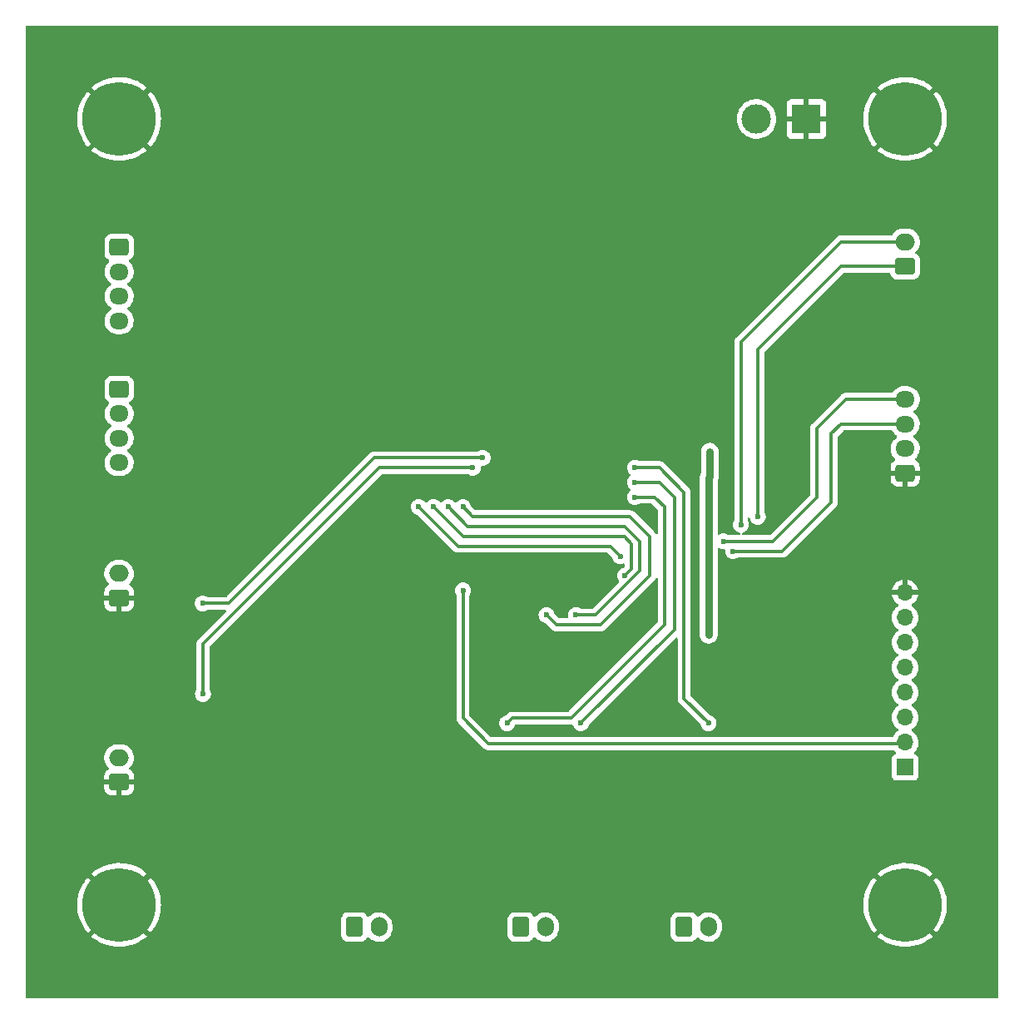
<source format=gbr>
%TF.GenerationSoftware,KiCad,Pcbnew,6.0.11-2627ca5db0~126~ubuntu22.04.1*%
%TF.CreationDate,2023-04-10T22:11:35+02:00*%
%TF.ProjectId,Slicor_carte_commande,536c6963-6f72-45f6-9361-7274655f636f,rev?*%
%TF.SameCoordinates,Original*%
%TF.FileFunction,Copper,L4,Bot*%
%TF.FilePolarity,Positive*%
%FSLAX46Y46*%
G04 Gerber Fmt 4.6, Leading zero omitted, Abs format (unit mm)*
G04 Created by KiCad (PCBNEW 6.0.11-2627ca5db0~126~ubuntu22.04.1) date 2023-04-10 22:11:35*
%MOMM*%
%LPD*%
G01*
G04 APERTURE LIST*
G04 Aperture macros list*
%AMRoundRect*
0 Rectangle with rounded corners*
0 $1 Rounding radius*
0 $2 $3 $4 $5 $6 $7 $8 $9 X,Y pos of 4 corners*
0 Add a 4 corners polygon primitive as box body*
4,1,4,$2,$3,$4,$5,$6,$7,$8,$9,$2,$3,0*
0 Add four circle primitives for the rounded corners*
1,1,$1+$1,$2,$3*
1,1,$1+$1,$4,$5*
1,1,$1+$1,$6,$7*
1,1,$1+$1,$8,$9*
0 Add four rect primitives between the rounded corners*
20,1,$1+$1,$2,$3,$4,$5,0*
20,1,$1+$1,$4,$5,$6,$7,0*
20,1,$1+$1,$6,$7,$8,$9,0*
20,1,$1+$1,$8,$9,$2,$3,0*%
G04 Aperture macros list end*
%TA.AperFunction,ComponentPad*%
%ADD10R,1.700000X1.700000*%
%TD*%
%TA.AperFunction,ComponentPad*%
%ADD11O,1.700000X1.700000*%
%TD*%
%TA.AperFunction,ComponentPad*%
%ADD12RoundRect,0.250000X0.750000X-0.600000X0.750000X0.600000X-0.750000X0.600000X-0.750000X-0.600000X0*%
%TD*%
%TA.AperFunction,ComponentPad*%
%ADD13O,2.000000X1.700000*%
%TD*%
%TA.AperFunction,ComponentPad*%
%ADD14RoundRect,0.250000X-0.600000X-0.750000X0.600000X-0.750000X0.600000X0.750000X-0.600000X0.750000X0*%
%TD*%
%TA.AperFunction,ComponentPad*%
%ADD15O,1.700000X2.000000*%
%TD*%
%TA.AperFunction,ComponentPad*%
%ADD16RoundRect,0.250000X0.725000X-0.600000X0.725000X0.600000X-0.725000X0.600000X-0.725000X-0.600000X0*%
%TD*%
%TA.AperFunction,ComponentPad*%
%ADD17O,1.950000X1.700000*%
%TD*%
%TA.AperFunction,ComponentPad*%
%ADD18RoundRect,0.250000X-0.725000X0.600000X-0.725000X-0.600000X0.725000X-0.600000X0.725000X0.600000X0*%
%TD*%
%TA.AperFunction,ComponentPad*%
%ADD19R,3.000000X3.000000*%
%TD*%
%TA.AperFunction,ComponentPad*%
%ADD20C,3.000000*%
%TD*%
%TA.AperFunction,ComponentPad*%
%ADD21C,7.500000*%
%TD*%
%TA.AperFunction,ViaPad*%
%ADD22C,0.600000*%
%TD*%
%TA.AperFunction,Conductor*%
%ADD23C,0.800000*%
%TD*%
%TA.AperFunction,Conductor*%
%ADD24C,0.300000*%
%TD*%
G04 APERTURE END LIST*
D10*
%TO.P,J4,1,Pin_1*%
%TO.N,+5V*%
X115000000Y-101000000D03*
D11*
%TO.P,J4,2,Pin_2*%
%TO.N,MISO*%
X115000000Y-98460000D03*
%TO.P,J4,3,Pin_3*%
%TO.N,MOSI*%
X115000000Y-95920000D03*
%TO.P,J4,4,Pin_4*%
%TO.N,SCK*%
X115000000Y-93380000D03*
%TO.P,J4,5,Pin_5*%
%TO.N,RST*%
X115000000Y-90840000D03*
%TO.P,J4,6,Pin_6*%
%TO.N,UART TX*%
X115000000Y-88300000D03*
%TO.P,J4,7,Pin_7*%
%TO.N,UART RX*%
X115000000Y-85760000D03*
%TO.P,J4,8,Pin_8*%
%TO.N,GND*%
X115000000Y-83220000D03*
%TD*%
D12*
%TO.P,J5,1,Pin_1*%
%TO.N,GND*%
X35000000Y-83750000D03*
D13*
%TO.P,J5,2,Pin_2*%
%TO.N,Bouton1*%
X35000000Y-81250000D03*
%TD*%
D14*
%TO.P,J9,1,Pin_1*%
%TO.N,+24V*%
X92500000Y-117250000D03*
D15*
%TO.P,J9,2,Pin_2*%
%TO.N,Net-(J9-Pad2)*%
X95000000Y-117250000D03*
%TD*%
D16*
%TO.P,J2,1,Pin_1*%
%TO.N,GND*%
X115000000Y-71050000D03*
D17*
%TO.P,J2,2,Pin_2*%
%TO.N,+5V*%
X115000000Y-68550000D03*
%TO.P,J2,3,Pin_3*%
%TO.N,SDA*%
X115000000Y-66050000D03*
%TO.P,J2,4,Pin_4*%
%TO.N,SCL*%
X115000000Y-63550000D03*
%TD*%
D18*
%TO.P,J3,1,Pin_1*%
%TO.N,CL3*%
X35000000Y-48050000D03*
D17*
%TO.P,J3,2,Pin_2*%
%TO.N,CL2*%
X35000000Y-50550000D03*
%TO.P,J3,3,Pin_3*%
%TO.N,CL1*%
X35000000Y-53050000D03*
%TO.P,J3,4,Pin_4*%
%TO.N,CL0*%
X35000000Y-55550000D03*
%TD*%
D18*
%TO.P,J11,1,Pin_1*%
%TO.N,CL7*%
X35000000Y-62500000D03*
D17*
%TO.P,J11,2,Pin_2*%
%TO.N,CL6*%
X35000000Y-65000000D03*
%TO.P,J11,3,Pin_3*%
%TO.N,CL5*%
X35000000Y-67500000D03*
%TO.P,J11,4,Pin_4*%
%TO.N,CL4*%
X35000000Y-70000000D03*
%TD*%
D19*
%TO.P,J1,1,Pin_1*%
%TO.N,GND*%
X104960000Y-35000000D03*
D20*
%TO.P,J1,2,Pin_2*%
%TO.N,+24V*%
X99880000Y-35000000D03*
%TD*%
D14*
%TO.P,J8,1,Pin_1*%
%TO.N,+24V*%
X75900000Y-117250000D03*
D15*
%TO.P,J8,2,Pin_2*%
%TO.N,Net-(J8-Pad2)*%
X78400000Y-117250000D03*
%TD*%
D21*
%TO.P,H1,1,1*%
%TO.N,GND*%
X35000000Y-35000000D03*
%TD*%
D12*
%TO.P,J10,1,Pin_1*%
%TO.N,UART TX*%
X115000000Y-50000000D03*
D13*
%TO.P,J10,2,Pin_2*%
%TO.N,UART RX*%
X115000000Y-47500000D03*
%TD*%
D14*
%TO.P,J7,1,Pin_1*%
%TO.N,+24V*%
X58950000Y-117250000D03*
D15*
%TO.P,J7,2,Pin_2*%
%TO.N,Net-(J7-Pad2)*%
X61450000Y-117250000D03*
%TD*%
D21*
%TO.P,H4,1,1*%
%TO.N,GND*%
X115000000Y-115000000D03*
%TD*%
D12*
%TO.P,J6,1,Pin_1*%
%TO.N,GND*%
X35000000Y-102500000D03*
D13*
%TO.P,J6,2,Pin_2*%
%TO.N,Bouton2*%
X35000000Y-100000000D03*
%TD*%
D21*
%TO.P,H3,1,1*%
%TO.N,GND*%
X35000000Y-115000000D03*
%TD*%
%TO.P,H2,1,1*%
%TO.N,GND*%
X115000000Y-35000000D03*
%TD*%
D22*
%TO.N,GND*%
X77900000Y-83100000D03*
X78500000Y-84000000D03*
X77100000Y-71900000D03*
X77100000Y-71000000D03*
X78700000Y-71000000D03*
X78700000Y-71800000D03*
X72500000Y-67000000D03*
X77500000Y-67000000D03*
%TO.N,+5V*%
X95120000Y-68880000D03*
X95000000Y-87500000D03*
%TO.N,SDA*%
X97500000Y-79000000D03*
%TO.N,SCL*%
X96500000Y-78000000D03*
%TO.N,MISO*%
X70000000Y-83000000D03*
%TO.N,UART TX*%
X100000000Y-75500000D03*
%TO.N,UART RX*%
X98300000Y-76300000D03*
%TO.N,Bouton1*%
X43500000Y-84316250D03*
X72000000Y-69500000D03*
%TO.N,Bouton2*%
X71000000Y-70500000D03*
X43537500Y-93537500D03*
%TO.N,led1*%
X87500000Y-73500000D03*
X74500000Y-96500000D03*
%TO.N,led2*%
X82000000Y-96500000D03*
X87500000Y-72000000D03*
%TO.N,led3*%
X87500000Y-70500000D03*
X95000000Y-96500000D03*
%TO.N,CL0*%
X86000000Y-79500000D03*
X65500000Y-74500000D03*
%TO.N,CL1*%
X67000000Y-74500000D03*
X86500000Y-81500000D03*
%TO.N,CL2*%
X68500000Y-74500000D03*
X81500000Y-85500000D03*
%TO.N,CL3*%
X70000000Y-74500000D03*
X78500000Y-85500000D03*
%TD*%
D23*
%TO.N,+5V*%
X95000000Y-71500000D02*
X95000000Y-87500000D01*
X95120000Y-68880000D02*
X95120000Y-71380000D01*
X95120000Y-71380000D02*
X95000000Y-71500000D01*
D24*
%TO.N,SDA*%
X108450000Y-66050000D02*
X115000000Y-66050000D01*
X107500000Y-74000000D02*
X107500000Y-67000000D01*
X97500000Y-79000000D02*
X102500000Y-79000000D01*
X102500000Y-79000000D02*
X107500000Y-74000000D01*
X107500000Y-67000000D02*
X108450000Y-66050000D01*
%TO.N,SCL*%
X96500000Y-78000000D02*
X101500000Y-78000000D01*
X106000000Y-66500000D02*
X108950000Y-63550000D01*
X101500000Y-78000000D02*
X106000000Y-73500000D01*
X106000000Y-73500000D02*
X106000000Y-66500000D01*
X108950000Y-63550000D02*
X115000000Y-63550000D01*
%TO.N,MISO*%
X70000000Y-96000000D02*
X72600000Y-98600000D01*
X72600000Y-98600000D02*
X114800000Y-98600000D01*
X70000000Y-83000000D02*
X70000000Y-96000000D01*
%TO.N,UART TX*%
X100000000Y-58500000D02*
X100000000Y-75500000D01*
X115000000Y-50000000D02*
X108500000Y-50000000D01*
X108500000Y-50000000D02*
X100000000Y-58500000D01*
%TO.N,UART RX*%
X108500000Y-47500000D02*
X98300000Y-57700000D01*
X98300000Y-57700000D02*
X98300000Y-76300000D01*
X115000000Y-47500000D02*
X108500000Y-47500000D01*
%TO.N,Bouton1*%
X46183750Y-84316250D02*
X61000000Y-69500000D01*
X61000000Y-69500000D02*
X72000000Y-69500000D01*
X43500000Y-84316250D02*
X46183750Y-84316250D01*
%TO.N,Bouton2*%
X43537500Y-88462500D02*
X61500000Y-70500000D01*
X43537500Y-93537500D02*
X43537500Y-88462500D01*
X61500000Y-70500000D02*
X71000000Y-70500000D01*
%TO.N,led1*%
X90500000Y-86500000D02*
X90500000Y-74500000D01*
X74500000Y-96500000D02*
X75000000Y-96000000D01*
X75000000Y-96000000D02*
X81000000Y-96000000D01*
X90500000Y-74500000D02*
X89500000Y-73500000D01*
X81000000Y-96000000D02*
X90500000Y-86500000D01*
X89500000Y-73500000D02*
X87500000Y-73500000D01*
%TO.N,led2*%
X90000000Y-72000000D02*
X87500000Y-72000000D01*
X91500000Y-73500000D02*
X90000000Y-72000000D01*
X91500000Y-87000000D02*
X91500000Y-73500000D01*
X82000000Y-96500000D02*
X91500000Y-87000000D01*
%TO.N,led3*%
X90000000Y-70500000D02*
X87500000Y-70500000D01*
X92500000Y-73000000D02*
X90000000Y-70500000D01*
X92500000Y-94000000D02*
X92500000Y-73000000D01*
X95000000Y-96500000D02*
X92500000Y-94000000D01*
%TO.N,CL0*%
X86000000Y-79500000D02*
X85000000Y-78500000D01*
X69500000Y-78500000D02*
X65500000Y-74500000D01*
X85000000Y-78500000D02*
X69500000Y-78500000D01*
%TO.N,CL1*%
X87150000Y-78230761D02*
X86419239Y-77500000D01*
X86419239Y-77500000D02*
X70000000Y-77500000D01*
X86500000Y-81500000D02*
X87150000Y-80850000D01*
X70000000Y-77500000D02*
X67000000Y-74500000D01*
X87150000Y-80850000D02*
X87150000Y-78230761D01*
%TO.N,CL2*%
X88000000Y-81000000D02*
X88000000Y-78000000D01*
X81500000Y-85500000D02*
X83500000Y-85500000D01*
X83500000Y-85500000D02*
X88000000Y-81000000D01*
X88000000Y-78000000D02*
X86500000Y-76500000D01*
X86500000Y-76500000D02*
X70500000Y-76500000D01*
X70500000Y-76500000D02*
X68500000Y-74500000D01*
%TO.N,CL3*%
X71000000Y-75500000D02*
X70000000Y-74500000D01*
X79500000Y-86500000D02*
X84000000Y-86500000D01*
X87000000Y-75500000D02*
X71000000Y-75500000D01*
X78500000Y-85500000D02*
X79500000Y-86500000D01*
X89000000Y-81500000D02*
X89000000Y-77500000D01*
X89000000Y-77500000D02*
X87000000Y-75500000D01*
X84000000Y-86500000D02*
X89000000Y-81500000D01*
%TD*%
%TA.AperFunction,Conductor*%
%TO.N,GND*%
G36*
X124433621Y-25528502D02*
G01*
X124480114Y-25582158D01*
X124491500Y-25634500D01*
X124491500Y-124365500D01*
X124471498Y-124433621D01*
X124417842Y-124480114D01*
X124365500Y-124491500D01*
X25634500Y-124491500D01*
X25566379Y-124471498D01*
X25519886Y-124417842D01*
X25508500Y-124365500D01*
X25508500Y-118186434D01*
X32178921Y-118186434D01*
X32185708Y-118196135D01*
X32385023Y-118366365D01*
X32389709Y-118370000D01*
X32713442Y-118597523D01*
X32718432Y-118600690D01*
X33062141Y-118796739D01*
X33067422Y-118799429D01*
X33428053Y-118962260D01*
X33433544Y-118964434D01*
X33807906Y-119092607D01*
X33813590Y-119094259D01*
X34198347Y-119186631D01*
X34204162Y-119187740D01*
X34595889Y-119243490D01*
X34601802Y-119244049D01*
X34997031Y-119262688D01*
X35002969Y-119262688D01*
X35398198Y-119244049D01*
X35404111Y-119243490D01*
X35795838Y-119187740D01*
X35801653Y-119186631D01*
X36186410Y-119094259D01*
X36192094Y-119092607D01*
X36566456Y-118964434D01*
X36571947Y-118962260D01*
X36932578Y-118799429D01*
X36937859Y-118796739D01*
X37281568Y-118600690D01*
X37286558Y-118597523D01*
X37610291Y-118370000D01*
X37614977Y-118366365D01*
X37812722Y-118197476D01*
X37821152Y-118184562D01*
X37815145Y-118174355D01*
X37691190Y-118050400D01*
X57591500Y-118050400D01*
X57602474Y-118156166D01*
X57604655Y-118162702D01*
X57604655Y-118162704D01*
X57640033Y-118268744D01*
X57658450Y-118323946D01*
X57751522Y-118474348D01*
X57876697Y-118599305D01*
X57882927Y-118603145D01*
X57882928Y-118603146D01*
X58020090Y-118687694D01*
X58027262Y-118692115D01*
X58062938Y-118703948D01*
X58188611Y-118745632D01*
X58188613Y-118745632D01*
X58195139Y-118747797D01*
X58201975Y-118748497D01*
X58201978Y-118748498D01*
X58237663Y-118752154D01*
X58299600Y-118758500D01*
X59600400Y-118758500D01*
X59603646Y-118758163D01*
X59603650Y-118758163D01*
X59699308Y-118748238D01*
X59699312Y-118748237D01*
X59706166Y-118747526D01*
X59712702Y-118745345D01*
X59712704Y-118745345D01*
X59844806Y-118701272D01*
X59873946Y-118691550D01*
X60024348Y-118598478D01*
X60149305Y-118473303D01*
X60239081Y-118327660D01*
X60291852Y-118280168D01*
X60361924Y-118268744D01*
X60427048Y-118297018D01*
X60437510Y-118306805D01*
X60479215Y-118350523D01*
X60546576Y-118421135D01*
X60731542Y-118558754D01*
X60736293Y-118561170D01*
X60736297Y-118561172D01*
X60799481Y-118593296D01*
X60937051Y-118663240D01*
X60942145Y-118664822D01*
X60942148Y-118664823D01*
X61142020Y-118726885D01*
X61157227Y-118731607D01*
X61162516Y-118732308D01*
X61380489Y-118761198D01*
X61380494Y-118761198D01*
X61385774Y-118761898D01*
X61391103Y-118761698D01*
X61391105Y-118761698D01*
X61500966Y-118757574D01*
X61616158Y-118753249D01*
X61638802Y-118748498D01*
X61836572Y-118707002D01*
X61841791Y-118705907D01*
X61846750Y-118703949D01*
X61846752Y-118703948D01*
X62051256Y-118623185D01*
X62051258Y-118623184D01*
X62056221Y-118621224D01*
X62092343Y-118599305D01*
X62248757Y-118504390D01*
X62248756Y-118504390D01*
X62253317Y-118501623D01*
X62293134Y-118467072D01*
X62423412Y-118354023D01*
X62423414Y-118354021D01*
X62427445Y-118350523D01*
X62494500Y-118268744D01*
X62570240Y-118176373D01*
X62570244Y-118176367D01*
X62573624Y-118172245D01*
X62642982Y-118050400D01*
X74541500Y-118050400D01*
X74552474Y-118156166D01*
X74554655Y-118162702D01*
X74554655Y-118162704D01*
X74590033Y-118268744D01*
X74608450Y-118323946D01*
X74701522Y-118474348D01*
X74826697Y-118599305D01*
X74832927Y-118603145D01*
X74832928Y-118603146D01*
X74970090Y-118687694D01*
X74977262Y-118692115D01*
X75012938Y-118703948D01*
X75138611Y-118745632D01*
X75138613Y-118745632D01*
X75145139Y-118747797D01*
X75151975Y-118748497D01*
X75151978Y-118748498D01*
X75187663Y-118752154D01*
X75249600Y-118758500D01*
X76550400Y-118758500D01*
X76553646Y-118758163D01*
X76553650Y-118758163D01*
X76649308Y-118748238D01*
X76649312Y-118748237D01*
X76656166Y-118747526D01*
X76662702Y-118745345D01*
X76662704Y-118745345D01*
X76794806Y-118701272D01*
X76823946Y-118691550D01*
X76974348Y-118598478D01*
X77099305Y-118473303D01*
X77189081Y-118327660D01*
X77241852Y-118280168D01*
X77311924Y-118268744D01*
X77377048Y-118297018D01*
X77387510Y-118306805D01*
X77429215Y-118350523D01*
X77496576Y-118421135D01*
X77681542Y-118558754D01*
X77686293Y-118561170D01*
X77686297Y-118561172D01*
X77749481Y-118593296D01*
X77887051Y-118663240D01*
X77892145Y-118664822D01*
X77892148Y-118664823D01*
X78092020Y-118726885D01*
X78107227Y-118731607D01*
X78112516Y-118732308D01*
X78330489Y-118761198D01*
X78330494Y-118761198D01*
X78335774Y-118761898D01*
X78341103Y-118761698D01*
X78341105Y-118761698D01*
X78450966Y-118757574D01*
X78566158Y-118753249D01*
X78588802Y-118748498D01*
X78786572Y-118707002D01*
X78791791Y-118705907D01*
X78796750Y-118703949D01*
X78796752Y-118703948D01*
X79001256Y-118623185D01*
X79001258Y-118623184D01*
X79006221Y-118621224D01*
X79042343Y-118599305D01*
X79198757Y-118504390D01*
X79198756Y-118504390D01*
X79203317Y-118501623D01*
X79243134Y-118467072D01*
X79373412Y-118354023D01*
X79373414Y-118354021D01*
X79377445Y-118350523D01*
X79444500Y-118268744D01*
X79520240Y-118176373D01*
X79520244Y-118176367D01*
X79523624Y-118172245D01*
X79592982Y-118050400D01*
X91141500Y-118050400D01*
X91152474Y-118156166D01*
X91154655Y-118162702D01*
X91154655Y-118162704D01*
X91190033Y-118268744D01*
X91208450Y-118323946D01*
X91301522Y-118474348D01*
X91426697Y-118599305D01*
X91432927Y-118603145D01*
X91432928Y-118603146D01*
X91570090Y-118687694D01*
X91577262Y-118692115D01*
X91612938Y-118703948D01*
X91738611Y-118745632D01*
X91738613Y-118745632D01*
X91745139Y-118747797D01*
X91751975Y-118748497D01*
X91751978Y-118748498D01*
X91787663Y-118752154D01*
X91849600Y-118758500D01*
X93150400Y-118758500D01*
X93153646Y-118758163D01*
X93153650Y-118758163D01*
X93249308Y-118748238D01*
X93249312Y-118748237D01*
X93256166Y-118747526D01*
X93262702Y-118745345D01*
X93262704Y-118745345D01*
X93394806Y-118701272D01*
X93423946Y-118691550D01*
X93574348Y-118598478D01*
X93699305Y-118473303D01*
X93789081Y-118327660D01*
X93841852Y-118280168D01*
X93911924Y-118268744D01*
X93977048Y-118297018D01*
X93987510Y-118306805D01*
X94029215Y-118350523D01*
X94096576Y-118421135D01*
X94281542Y-118558754D01*
X94286293Y-118561170D01*
X94286297Y-118561172D01*
X94349481Y-118593296D01*
X94487051Y-118663240D01*
X94492145Y-118664822D01*
X94492148Y-118664823D01*
X94692020Y-118726885D01*
X94707227Y-118731607D01*
X94712516Y-118732308D01*
X94930489Y-118761198D01*
X94930494Y-118761198D01*
X94935774Y-118761898D01*
X94941103Y-118761698D01*
X94941105Y-118761698D01*
X95050966Y-118757574D01*
X95166158Y-118753249D01*
X95188802Y-118748498D01*
X95386572Y-118707002D01*
X95391791Y-118705907D01*
X95396750Y-118703949D01*
X95396752Y-118703948D01*
X95601256Y-118623185D01*
X95601258Y-118623184D01*
X95606221Y-118621224D01*
X95642343Y-118599305D01*
X95798757Y-118504390D01*
X95798756Y-118504390D01*
X95803317Y-118501623D01*
X95843134Y-118467072D01*
X95973412Y-118354023D01*
X95973414Y-118354021D01*
X95977445Y-118350523D01*
X96044500Y-118268744D01*
X96111990Y-118186434D01*
X112178921Y-118186434D01*
X112185708Y-118196135D01*
X112385023Y-118366365D01*
X112389709Y-118370000D01*
X112713442Y-118597523D01*
X112718432Y-118600690D01*
X113062141Y-118796739D01*
X113067422Y-118799429D01*
X113428053Y-118962260D01*
X113433544Y-118964434D01*
X113807906Y-119092607D01*
X113813590Y-119094259D01*
X114198347Y-119186631D01*
X114204162Y-119187740D01*
X114595889Y-119243490D01*
X114601802Y-119244049D01*
X114997031Y-119262688D01*
X115002969Y-119262688D01*
X115398198Y-119244049D01*
X115404111Y-119243490D01*
X115795838Y-119187740D01*
X115801653Y-119186631D01*
X116186410Y-119094259D01*
X116192094Y-119092607D01*
X116566456Y-118964434D01*
X116571947Y-118962260D01*
X116932578Y-118799429D01*
X116937859Y-118796739D01*
X117281568Y-118600690D01*
X117286558Y-118597523D01*
X117610291Y-118370000D01*
X117614977Y-118366365D01*
X117812722Y-118197476D01*
X117821152Y-118184562D01*
X117815145Y-118174355D01*
X115012812Y-115372022D01*
X114998868Y-115364408D01*
X114997035Y-115364539D01*
X114990420Y-115368790D01*
X112186313Y-118172897D01*
X112178921Y-118186434D01*
X96111990Y-118186434D01*
X96120240Y-118176373D01*
X96120244Y-118176367D01*
X96123624Y-118172245D01*
X96237675Y-117971886D01*
X96316337Y-117755175D01*
X96317287Y-117749923D01*
X96356623Y-117532392D01*
X96356624Y-117532385D01*
X96357361Y-117528308D01*
X96358500Y-117504156D01*
X96358500Y-117042110D01*
X96343920Y-116870280D01*
X96342582Y-116865125D01*
X96342581Y-116865119D01*
X96287343Y-116652297D01*
X96287342Y-116652293D01*
X96286001Y-116647128D01*
X96191312Y-116436925D01*
X96062559Y-116245681D01*
X96003918Y-116184209D01*
X95991347Y-116171032D01*
X95903424Y-116078865D01*
X95718458Y-115941246D01*
X95713707Y-115938830D01*
X95713703Y-115938828D01*
X95591731Y-115876815D01*
X95512949Y-115836760D01*
X95507855Y-115835178D01*
X95507852Y-115835177D01*
X95297871Y-115769976D01*
X95292773Y-115768393D01*
X95287484Y-115767692D01*
X95069511Y-115738802D01*
X95069506Y-115738802D01*
X95064226Y-115738102D01*
X95058897Y-115738302D01*
X95058895Y-115738302D01*
X94949034Y-115742427D01*
X94833842Y-115746751D01*
X94828623Y-115747846D01*
X94806566Y-115752474D01*
X94608209Y-115794093D01*
X94603250Y-115796051D01*
X94603248Y-115796052D01*
X94398744Y-115876815D01*
X94398742Y-115876816D01*
X94393779Y-115878776D01*
X94389220Y-115881543D01*
X94389217Y-115881544D01*
X94290832Y-115941246D01*
X94196683Y-115998377D01*
X94192653Y-116001874D01*
X94099484Y-116082722D01*
X94022555Y-116149477D01*
X93993330Y-116185120D01*
X93934671Y-116225114D01*
X93863701Y-116227046D01*
X93802952Y-116190302D01*
X93788752Y-116171532D01*
X93702332Y-116031880D01*
X93698478Y-116025652D01*
X93573303Y-115900695D01*
X93567072Y-115896854D01*
X93428968Y-115811725D01*
X93428966Y-115811724D01*
X93422738Y-115807885D01*
X93342995Y-115781436D01*
X93261389Y-115754368D01*
X93261387Y-115754368D01*
X93254861Y-115752203D01*
X93248025Y-115751503D01*
X93248022Y-115751502D01*
X93204969Y-115747091D01*
X93150400Y-115741500D01*
X91849600Y-115741500D01*
X91846354Y-115741837D01*
X91846350Y-115741837D01*
X91750692Y-115751762D01*
X91750688Y-115751763D01*
X91743834Y-115752474D01*
X91737298Y-115754655D01*
X91737296Y-115754655D01*
X91698220Y-115767692D01*
X91576054Y-115808450D01*
X91425652Y-115901522D01*
X91300695Y-116026697D01*
X91296855Y-116032927D01*
X91296854Y-116032928D01*
X91266161Y-116082722D01*
X91207885Y-116177262D01*
X91152203Y-116345139D01*
X91141500Y-116449600D01*
X91141500Y-118050400D01*
X79592982Y-118050400D01*
X79637675Y-117971886D01*
X79716337Y-117755175D01*
X79717287Y-117749923D01*
X79756623Y-117532392D01*
X79756624Y-117532385D01*
X79757361Y-117528308D01*
X79758500Y-117504156D01*
X79758500Y-117042110D01*
X79743920Y-116870280D01*
X79742582Y-116865125D01*
X79742581Y-116865119D01*
X79687343Y-116652297D01*
X79687342Y-116652293D01*
X79686001Y-116647128D01*
X79591312Y-116436925D01*
X79462559Y-116245681D01*
X79403918Y-116184209D01*
X79391347Y-116171032D01*
X79303424Y-116078865D01*
X79118458Y-115941246D01*
X79113707Y-115938830D01*
X79113703Y-115938828D01*
X78991731Y-115876815D01*
X78912949Y-115836760D01*
X78907855Y-115835178D01*
X78907852Y-115835177D01*
X78697871Y-115769976D01*
X78692773Y-115768393D01*
X78687484Y-115767692D01*
X78469511Y-115738802D01*
X78469506Y-115738802D01*
X78464226Y-115738102D01*
X78458897Y-115738302D01*
X78458895Y-115738302D01*
X78349034Y-115742427D01*
X78233842Y-115746751D01*
X78228623Y-115747846D01*
X78206566Y-115752474D01*
X78008209Y-115794093D01*
X78003250Y-115796051D01*
X78003248Y-115796052D01*
X77798744Y-115876815D01*
X77798742Y-115876816D01*
X77793779Y-115878776D01*
X77789220Y-115881543D01*
X77789217Y-115881544D01*
X77690832Y-115941246D01*
X77596683Y-115998377D01*
X77592653Y-116001874D01*
X77499484Y-116082722D01*
X77422555Y-116149477D01*
X77393330Y-116185120D01*
X77334671Y-116225114D01*
X77263701Y-116227046D01*
X77202952Y-116190302D01*
X77188752Y-116171532D01*
X77102332Y-116031880D01*
X77098478Y-116025652D01*
X76973303Y-115900695D01*
X76967072Y-115896854D01*
X76828968Y-115811725D01*
X76828966Y-115811724D01*
X76822738Y-115807885D01*
X76742995Y-115781436D01*
X76661389Y-115754368D01*
X76661387Y-115754368D01*
X76654861Y-115752203D01*
X76648025Y-115751503D01*
X76648022Y-115751502D01*
X76604969Y-115747091D01*
X76550400Y-115741500D01*
X75249600Y-115741500D01*
X75246354Y-115741837D01*
X75246350Y-115741837D01*
X75150692Y-115751762D01*
X75150688Y-115751763D01*
X75143834Y-115752474D01*
X75137298Y-115754655D01*
X75137296Y-115754655D01*
X75098220Y-115767692D01*
X74976054Y-115808450D01*
X74825652Y-115901522D01*
X74700695Y-116026697D01*
X74696855Y-116032927D01*
X74696854Y-116032928D01*
X74666161Y-116082722D01*
X74607885Y-116177262D01*
X74552203Y-116345139D01*
X74541500Y-116449600D01*
X74541500Y-118050400D01*
X62642982Y-118050400D01*
X62687675Y-117971886D01*
X62766337Y-117755175D01*
X62767287Y-117749923D01*
X62806623Y-117532392D01*
X62806624Y-117532385D01*
X62807361Y-117528308D01*
X62808500Y-117504156D01*
X62808500Y-117042110D01*
X62793920Y-116870280D01*
X62792582Y-116865125D01*
X62792581Y-116865119D01*
X62737343Y-116652297D01*
X62737342Y-116652293D01*
X62736001Y-116647128D01*
X62641312Y-116436925D01*
X62512559Y-116245681D01*
X62453918Y-116184209D01*
X62441347Y-116171032D01*
X62353424Y-116078865D01*
X62168458Y-115941246D01*
X62163707Y-115938830D01*
X62163703Y-115938828D01*
X62041731Y-115876815D01*
X61962949Y-115836760D01*
X61957855Y-115835178D01*
X61957852Y-115835177D01*
X61747871Y-115769976D01*
X61742773Y-115768393D01*
X61737484Y-115767692D01*
X61519511Y-115738802D01*
X61519506Y-115738802D01*
X61514226Y-115738102D01*
X61508897Y-115738302D01*
X61508895Y-115738302D01*
X61399034Y-115742427D01*
X61283842Y-115746751D01*
X61278623Y-115747846D01*
X61256566Y-115752474D01*
X61058209Y-115794093D01*
X61053250Y-115796051D01*
X61053248Y-115796052D01*
X60848744Y-115876815D01*
X60848742Y-115876816D01*
X60843779Y-115878776D01*
X60839220Y-115881543D01*
X60839217Y-115881544D01*
X60740832Y-115941246D01*
X60646683Y-115998377D01*
X60642653Y-116001874D01*
X60549484Y-116082722D01*
X60472555Y-116149477D01*
X60443330Y-116185120D01*
X60384671Y-116225114D01*
X60313701Y-116227046D01*
X60252952Y-116190302D01*
X60238752Y-116171532D01*
X60152332Y-116031880D01*
X60148478Y-116025652D01*
X60023303Y-115900695D01*
X60017072Y-115896854D01*
X59878968Y-115811725D01*
X59878966Y-115811724D01*
X59872738Y-115807885D01*
X59792995Y-115781436D01*
X59711389Y-115754368D01*
X59711387Y-115754368D01*
X59704861Y-115752203D01*
X59698025Y-115751503D01*
X59698022Y-115751502D01*
X59654969Y-115747091D01*
X59600400Y-115741500D01*
X58299600Y-115741500D01*
X58296354Y-115741837D01*
X58296350Y-115741837D01*
X58200692Y-115751762D01*
X58200688Y-115751763D01*
X58193834Y-115752474D01*
X58187298Y-115754655D01*
X58187296Y-115754655D01*
X58148220Y-115767692D01*
X58026054Y-115808450D01*
X57875652Y-115901522D01*
X57750695Y-116026697D01*
X57746855Y-116032927D01*
X57746854Y-116032928D01*
X57716161Y-116082722D01*
X57657885Y-116177262D01*
X57602203Y-116345139D01*
X57591500Y-116449600D01*
X57591500Y-118050400D01*
X37691190Y-118050400D01*
X35012812Y-115372022D01*
X34998868Y-115364408D01*
X34997035Y-115364539D01*
X34990420Y-115368790D01*
X32186313Y-118172897D01*
X32178921Y-118186434D01*
X25508500Y-118186434D01*
X25508500Y-114869073D01*
X30739322Y-114869073D01*
X30745537Y-115264679D01*
X30745911Y-115270629D01*
X30789327Y-115663895D01*
X30790257Y-115669766D01*
X30870494Y-116057212D01*
X30871970Y-116062960D01*
X30988316Y-116441151D01*
X30990320Y-116446716D01*
X31141745Y-116812288D01*
X31144267Y-116817647D01*
X31329411Y-117167323D01*
X31332436Y-117172440D01*
X31549669Y-117503144D01*
X31553159Y-117507947D01*
X31800292Y-117816420D01*
X31813130Y-117823694D01*
X31814439Y-117823621D01*
X31821852Y-117818938D01*
X34627978Y-115012812D01*
X34634356Y-115001132D01*
X35364408Y-115001132D01*
X35364539Y-115002965D01*
X35368790Y-115009580D01*
X38175271Y-117816061D01*
X38189215Y-117823675D01*
X38190524Y-117823582D01*
X38197360Y-117819112D01*
X38199454Y-117816737D01*
X38446841Y-117507947D01*
X38450331Y-117503144D01*
X38667564Y-117172440D01*
X38670589Y-117167323D01*
X38855733Y-116817647D01*
X38858255Y-116812288D01*
X39009680Y-116446716D01*
X39011684Y-116441151D01*
X39128030Y-116062960D01*
X39129506Y-116057212D01*
X39209743Y-115669766D01*
X39210673Y-115663895D01*
X39254145Y-115270124D01*
X39254494Y-115265196D01*
X39262750Y-115002468D01*
X39262711Y-114997530D01*
X39256653Y-114869073D01*
X110739322Y-114869073D01*
X110745537Y-115264679D01*
X110745911Y-115270629D01*
X110789327Y-115663895D01*
X110790257Y-115669766D01*
X110870494Y-116057212D01*
X110871970Y-116062960D01*
X110988316Y-116441151D01*
X110990320Y-116446716D01*
X111141745Y-116812288D01*
X111144267Y-116817647D01*
X111329411Y-117167323D01*
X111332436Y-117172440D01*
X111549669Y-117503144D01*
X111553159Y-117507947D01*
X111800292Y-117816420D01*
X111813130Y-117823694D01*
X111814439Y-117823621D01*
X111821852Y-117818938D01*
X114627978Y-115012812D01*
X114634356Y-115001132D01*
X115364408Y-115001132D01*
X115364539Y-115002965D01*
X115368790Y-115009580D01*
X118175271Y-117816061D01*
X118189215Y-117823675D01*
X118190524Y-117823582D01*
X118197360Y-117819112D01*
X118199454Y-117816737D01*
X118446841Y-117507947D01*
X118450331Y-117503144D01*
X118667564Y-117172440D01*
X118670589Y-117167323D01*
X118855733Y-116817647D01*
X118858255Y-116812288D01*
X119009680Y-116446716D01*
X119011684Y-116441151D01*
X119128030Y-116062960D01*
X119129506Y-116057212D01*
X119209743Y-115669766D01*
X119210673Y-115663895D01*
X119254145Y-115270124D01*
X119254494Y-115265196D01*
X119262750Y-115002468D01*
X119262711Y-114997530D01*
X119244049Y-114601802D01*
X119243490Y-114595889D01*
X119187740Y-114204162D01*
X119186631Y-114198347D01*
X119094259Y-113813590D01*
X119092607Y-113807906D01*
X118964434Y-113433544D01*
X118962260Y-113428053D01*
X118799429Y-113067422D01*
X118796739Y-113062141D01*
X118600690Y-112718432D01*
X118597523Y-112713442D01*
X118370000Y-112389709D01*
X118366365Y-112385023D01*
X118197476Y-112187278D01*
X118184562Y-112178848D01*
X118174355Y-112184855D01*
X115372022Y-114987188D01*
X115364408Y-115001132D01*
X114634356Y-115001132D01*
X114635592Y-114998868D01*
X114635461Y-114997035D01*
X114631210Y-114990420D01*
X111827402Y-112186612D01*
X111813458Y-112178998D01*
X111813205Y-112179016D01*
X111804463Y-112184930D01*
X111717436Y-112280572D01*
X111713649Y-112285150D01*
X111476088Y-112601551D01*
X111472744Y-112606471D01*
X111266001Y-112943845D01*
X111263153Y-112949025D01*
X111089072Y-113304370D01*
X111086723Y-113309797D01*
X110946858Y-113679939D01*
X110945026Y-113685578D01*
X110840622Y-114067215D01*
X110839323Y-114073028D01*
X110771295Y-114462811D01*
X110770554Y-114468674D01*
X110739507Y-114863147D01*
X110739322Y-114869073D01*
X39256653Y-114869073D01*
X39244049Y-114601802D01*
X39243490Y-114595889D01*
X39187740Y-114204162D01*
X39186631Y-114198347D01*
X39094259Y-113813590D01*
X39092607Y-113807906D01*
X38964434Y-113433544D01*
X38962260Y-113428053D01*
X38799429Y-113067422D01*
X38796739Y-113062141D01*
X38600690Y-112718432D01*
X38597523Y-112713442D01*
X38370000Y-112389709D01*
X38366365Y-112385023D01*
X38197476Y-112187278D01*
X38184562Y-112178848D01*
X38174355Y-112184855D01*
X35372022Y-114987188D01*
X35364408Y-115001132D01*
X34634356Y-115001132D01*
X34635592Y-114998868D01*
X34635461Y-114997035D01*
X34631210Y-114990420D01*
X31827402Y-112186612D01*
X31813458Y-112178998D01*
X31813205Y-112179016D01*
X31804463Y-112184930D01*
X31717436Y-112280572D01*
X31713649Y-112285150D01*
X31476088Y-112601551D01*
X31472744Y-112606471D01*
X31266001Y-112943845D01*
X31263153Y-112949025D01*
X31089072Y-113304370D01*
X31086723Y-113309797D01*
X30946858Y-113679939D01*
X30945026Y-113685578D01*
X30840622Y-114067215D01*
X30839323Y-114073028D01*
X30771295Y-114462811D01*
X30770554Y-114468674D01*
X30739507Y-114863147D01*
X30739322Y-114869073D01*
X25508500Y-114869073D01*
X25508500Y-111815964D01*
X32178939Y-111815964D01*
X32178945Y-111816217D01*
X32184445Y-111825235D01*
X34987188Y-114627978D01*
X35001132Y-114635592D01*
X35002965Y-114635461D01*
X35009580Y-114631210D01*
X37816061Y-111824729D01*
X37820847Y-111815964D01*
X112178939Y-111815964D01*
X112178945Y-111816217D01*
X112184445Y-111825235D01*
X114987188Y-114627978D01*
X115001132Y-114635592D01*
X115002965Y-114635461D01*
X115009580Y-114631210D01*
X117816061Y-111824729D01*
X117823675Y-111810785D01*
X117823582Y-111809476D01*
X117819112Y-111802640D01*
X117816737Y-111800546D01*
X117507947Y-111553159D01*
X117503144Y-111549669D01*
X117172440Y-111332436D01*
X117167323Y-111329411D01*
X116817647Y-111144267D01*
X116812288Y-111141745D01*
X116446716Y-110990320D01*
X116441151Y-110988316D01*
X116062960Y-110871970D01*
X116057212Y-110870494D01*
X115669766Y-110790257D01*
X115663895Y-110789327D01*
X115270629Y-110745911D01*
X115264679Y-110745537D01*
X114869073Y-110739322D01*
X114863147Y-110739507D01*
X114468674Y-110770554D01*
X114462811Y-110771295D01*
X114073028Y-110839323D01*
X114067215Y-110840622D01*
X113685578Y-110945026D01*
X113679939Y-110946858D01*
X113309797Y-111086723D01*
X113304370Y-111089072D01*
X112949025Y-111263153D01*
X112943845Y-111266001D01*
X112606471Y-111472744D01*
X112601551Y-111476088D01*
X112285150Y-111713649D01*
X112280572Y-111717436D01*
X112187199Y-111802398D01*
X112178939Y-111815964D01*
X37820847Y-111815964D01*
X37823675Y-111810785D01*
X37823582Y-111809476D01*
X37819112Y-111802640D01*
X37816737Y-111800546D01*
X37507947Y-111553159D01*
X37503144Y-111549669D01*
X37172440Y-111332436D01*
X37167323Y-111329411D01*
X36817647Y-111144267D01*
X36812288Y-111141745D01*
X36446716Y-110990320D01*
X36441151Y-110988316D01*
X36062960Y-110871970D01*
X36057212Y-110870494D01*
X35669766Y-110790257D01*
X35663895Y-110789327D01*
X35270629Y-110745911D01*
X35264679Y-110745537D01*
X34869073Y-110739322D01*
X34863147Y-110739507D01*
X34468674Y-110770554D01*
X34462811Y-110771295D01*
X34073028Y-110839323D01*
X34067215Y-110840622D01*
X33685578Y-110945026D01*
X33679939Y-110946858D01*
X33309797Y-111086723D01*
X33304370Y-111089072D01*
X32949025Y-111263153D01*
X32943845Y-111266001D01*
X32606471Y-111472744D01*
X32601551Y-111476088D01*
X32285150Y-111713649D01*
X32280572Y-111717436D01*
X32187199Y-111802398D01*
X32178939Y-111815964D01*
X25508500Y-111815964D01*
X25508500Y-103147095D01*
X33492001Y-103147095D01*
X33492338Y-103153614D01*
X33502257Y-103249206D01*
X33505149Y-103262600D01*
X33556588Y-103416784D01*
X33562761Y-103429962D01*
X33648063Y-103567807D01*
X33657099Y-103579208D01*
X33771829Y-103693739D01*
X33783240Y-103702751D01*
X33921243Y-103787816D01*
X33934424Y-103793963D01*
X34088710Y-103845138D01*
X34102086Y-103848005D01*
X34196438Y-103857672D01*
X34202854Y-103858000D01*
X34727885Y-103858000D01*
X34743124Y-103853525D01*
X34744329Y-103852135D01*
X34746000Y-103844452D01*
X34746000Y-103839884D01*
X35254000Y-103839884D01*
X35258475Y-103855123D01*
X35259865Y-103856328D01*
X35267548Y-103857999D01*
X35797095Y-103857999D01*
X35803614Y-103857662D01*
X35899206Y-103847743D01*
X35912600Y-103844851D01*
X36066784Y-103793412D01*
X36079962Y-103787239D01*
X36217807Y-103701937D01*
X36229208Y-103692901D01*
X36343739Y-103578171D01*
X36352751Y-103566760D01*
X36437816Y-103428757D01*
X36443963Y-103415576D01*
X36495138Y-103261290D01*
X36498005Y-103247914D01*
X36507672Y-103153562D01*
X36508000Y-103147146D01*
X36508000Y-102772115D01*
X36503525Y-102756876D01*
X36502135Y-102755671D01*
X36494452Y-102754000D01*
X35272115Y-102754000D01*
X35256876Y-102758475D01*
X35255671Y-102759865D01*
X35254000Y-102767548D01*
X35254000Y-103839884D01*
X34746000Y-103839884D01*
X34746000Y-102772115D01*
X34741525Y-102756876D01*
X34740135Y-102755671D01*
X34732452Y-102754000D01*
X33510116Y-102754000D01*
X33494877Y-102758475D01*
X33493672Y-102759865D01*
X33492001Y-102767548D01*
X33492001Y-103147095D01*
X25508500Y-103147095D01*
X25508500Y-99935774D01*
X33488102Y-99935774D01*
X33496751Y-100166158D01*
X33544093Y-100391791D01*
X33628776Y-100606221D01*
X33748377Y-100803317D01*
X33751874Y-100807347D01*
X33838438Y-100907103D01*
X33899477Y-100977445D01*
X33903608Y-100980832D01*
X33935529Y-101007006D01*
X33975524Y-101065666D01*
X33977455Y-101136636D01*
X33940710Y-101197384D01*
X33921941Y-101211584D01*
X33782193Y-101298063D01*
X33770792Y-101307099D01*
X33656261Y-101421829D01*
X33647249Y-101433240D01*
X33562184Y-101571243D01*
X33556037Y-101584424D01*
X33504862Y-101738710D01*
X33501995Y-101752086D01*
X33492328Y-101846438D01*
X33492000Y-101852855D01*
X33492000Y-102227885D01*
X33496475Y-102243124D01*
X33497865Y-102244329D01*
X33505548Y-102246000D01*
X36489884Y-102246000D01*
X36505123Y-102241525D01*
X36506328Y-102240135D01*
X36507999Y-102232452D01*
X36507999Y-101852905D01*
X36507662Y-101846386D01*
X36497743Y-101750794D01*
X36494851Y-101737400D01*
X36443412Y-101583216D01*
X36437239Y-101570038D01*
X36351937Y-101432193D01*
X36342901Y-101420792D01*
X36228171Y-101306261D01*
X36216757Y-101297247D01*
X36077287Y-101211277D01*
X36029793Y-101158505D01*
X36018369Y-101088434D01*
X36046643Y-101023310D01*
X36056430Y-101012847D01*
X36089991Y-100980832D01*
X36171135Y-100903424D01*
X36308754Y-100718458D01*
X36413240Y-100512949D01*
X36449321Y-100396752D01*
X36480024Y-100297871D01*
X36481607Y-100292773D01*
X36482308Y-100287484D01*
X36511198Y-100069511D01*
X36511198Y-100069506D01*
X36511898Y-100064226D01*
X36503249Y-99833842D01*
X36455907Y-99608209D01*
X36443437Y-99576632D01*
X36373185Y-99398744D01*
X36373184Y-99398742D01*
X36371224Y-99393779D01*
X36338161Y-99339292D01*
X36254390Y-99201243D01*
X36251623Y-99196683D01*
X36199809Y-99136972D01*
X36104023Y-99026588D01*
X36104021Y-99026586D01*
X36100523Y-99022555D01*
X36032102Y-98966453D01*
X35926373Y-98879760D01*
X35926367Y-98879756D01*
X35922245Y-98876376D01*
X35917609Y-98873737D01*
X35917606Y-98873735D01*
X35726529Y-98764968D01*
X35721886Y-98762325D01*
X35505175Y-98683663D01*
X35499926Y-98682714D01*
X35499923Y-98682713D01*
X35282392Y-98643377D01*
X35282385Y-98643376D01*
X35278308Y-98642639D01*
X35260586Y-98641803D01*
X35255644Y-98641570D01*
X35255637Y-98641570D01*
X35254156Y-98641500D01*
X34792110Y-98641500D01*
X34725191Y-98647178D01*
X34625591Y-98655629D01*
X34625587Y-98655630D01*
X34620280Y-98656080D01*
X34615125Y-98657418D01*
X34615119Y-98657419D01*
X34402297Y-98712657D01*
X34402293Y-98712658D01*
X34397128Y-98713999D01*
X34392262Y-98716191D01*
X34392259Y-98716192D01*
X34283980Y-98764968D01*
X34186925Y-98808688D01*
X33995681Y-98937441D01*
X33991824Y-98941120D01*
X33991822Y-98941122D01*
X33922464Y-99007287D01*
X33828865Y-99096576D01*
X33691246Y-99281542D01*
X33688830Y-99286293D01*
X33688828Y-99286297D01*
X33657896Y-99347137D01*
X33586760Y-99487051D01*
X33585178Y-99492145D01*
X33585177Y-99492148D01*
X33541878Y-99631593D01*
X33518393Y-99707227D01*
X33517692Y-99712516D01*
X33492407Y-99903295D01*
X33488102Y-99935774D01*
X25508500Y-99935774D01*
X25508500Y-84397095D01*
X33492001Y-84397095D01*
X33492338Y-84403614D01*
X33502257Y-84499206D01*
X33505149Y-84512600D01*
X33556588Y-84666784D01*
X33562761Y-84679962D01*
X33648063Y-84817807D01*
X33657099Y-84829208D01*
X33771829Y-84943739D01*
X33783240Y-84952751D01*
X33921243Y-85037816D01*
X33934424Y-85043963D01*
X34088710Y-85095138D01*
X34102086Y-85098005D01*
X34196438Y-85107672D01*
X34202854Y-85108000D01*
X34727885Y-85108000D01*
X34743124Y-85103525D01*
X34744329Y-85102135D01*
X34746000Y-85094452D01*
X34746000Y-85089884D01*
X35254000Y-85089884D01*
X35258475Y-85105123D01*
X35259865Y-85106328D01*
X35267548Y-85107999D01*
X35797095Y-85107999D01*
X35803614Y-85107662D01*
X35899206Y-85097743D01*
X35912600Y-85094851D01*
X36066784Y-85043412D01*
X36079962Y-85037239D01*
X36217807Y-84951937D01*
X36229208Y-84942901D01*
X36343739Y-84828171D01*
X36352751Y-84816760D01*
X36437816Y-84678757D01*
X36443963Y-84665576D01*
X36495138Y-84511290D01*
X36498005Y-84497914D01*
X36507672Y-84403562D01*
X36508000Y-84397146D01*
X36508000Y-84304890D01*
X42686463Y-84304890D01*
X42704163Y-84485410D01*
X42761418Y-84657523D01*
X42765065Y-84663545D01*
X42765066Y-84663547D01*
X42831054Y-84772506D01*
X42855380Y-84812674D01*
X42860269Y-84817737D01*
X42860270Y-84817738D01*
X42903152Y-84862143D01*
X42981382Y-84943152D01*
X43133159Y-85042472D01*
X43139763Y-85044928D01*
X43139765Y-85044929D01*
X43296558Y-85103240D01*
X43296560Y-85103240D01*
X43303168Y-85105698D01*
X43386995Y-85116883D01*
X43475980Y-85128757D01*
X43475984Y-85128757D01*
X43482961Y-85129688D01*
X43489972Y-85129050D01*
X43489976Y-85129050D01*
X43635120Y-85115840D01*
X43663600Y-85113248D01*
X43670302Y-85111070D01*
X43670304Y-85111070D01*
X43829409Y-85059374D01*
X43829412Y-85059373D01*
X43836108Y-85057197D01*
X43944603Y-84992521D01*
X44009120Y-84974750D01*
X45789800Y-84974750D01*
X45857921Y-84994752D01*
X45904414Y-85048408D01*
X45914518Y-85118682D01*
X45885024Y-85183262D01*
X45878895Y-85189845D01*
X43129895Y-87938845D01*
X43121115Y-87946835D01*
X43121113Y-87946837D01*
X43114420Y-87951084D01*
X43108994Y-87956862D01*
X43108993Y-87956863D01*
X43065896Y-88002757D01*
X43063141Y-88005599D01*
X43042573Y-88026167D01*
X43039856Y-88029670D01*
X43032148Y-88038695D01*
X43000528Y-88072367D01*
X42996707Y-88079318D01*
X42996706Y-88079319D01*
X42990197Y-88091158D01*
X42979343Y-88107682D01*
X42971518Y-88117771D01*
X42966196Y-88124632D01*
X42963049Y-88131904D01*
X42963048Y-88131906D01*
X42947846Y-88167035D01*
X42942624Y-88177695D01*
X42939846Y-88182749D01*
X42920376Y-88218163D01*
X42915041Y-88238941D01*
X42908642Y-88257631D01*
X42900120Y-88277324D01*
X42897510Y-88293803D01*
X42892894Y-88322948D01*
X42890487Y-88334571D01*
X42879000Y-88379312D01*
X42879000Y-88400759D01*
X42877449Y-88420469D01*
X42874094Y-88441652D01*
X42874840Y-88449543D01*
X42878441Y-88487638D01*
X42879000Y-88499496D01*
X42879000Y-93029625D01*
X42858911Y-93097880D01*
X42841711Y-93124570D01*
X42808735Y-93175738D01*
X42806326Y-93182358D01*
X42806324Y-93182361D01*
X42749106Y-93339566D01*
X42746697Y-93346185D01*
X42723963Y-93526140D01*
X42741663Y-93706660D01*
X42798918Y-93878773D01*
X42802565Y-93884795D01*
X42802566Y-93884797D01*
X42879801Y-94012327D01*
X42892880Y-94033924D01*
X43018882Y-94164402D01*
X43170659Y-94263722D01*
X43177263Y-94266178D01*
X43177265Y-94266179D01*
X43334058Y-94324490D01*
X43334060Y-94324490D01*
X43340668Y-94326948D01*
X43424495Y-94338133D01*
X43513480Y-94350007D01*
X43513484Y-94350007D01*
X43520461Y-94350938D01*
X43527472Y-94350300D01*
X43527476Y-94350300D01*
X43669959Y-94337332D01*
X43701100Y-94334498D01*
X43707802Y-94332320D01*
X43707804Y-94332320D01*
X43866909Y-94280624D01*
X43866912Y-94280623D01*
X43873608Y-94278447D01*
X43982487Y-94213542D01*
X44023360Y-94189177D01*
X44023362Y-94189176D01*
X44029412Y-94185569D01*
X44160766Y-94060482D01*
X44261143Y-93909402D01*
X44325555Y-93739838D01*
X44327326Y-93727240D01*
X44350248Y-93564139D01*
X44350248Y-93564136D01*
X44350799Y-93560217D01*
X44351116Y-93537500D01*
X44330897Y-93357245D01*
X44327223Y-93346695D01*
X44273564Y-93192606D01*
X44273562Y-93192603D01*
X44271245Y-93185948D01*
X44229779Y-93119588D01*
X44215146Y-93096170D01*
X44196000Y-93029401D01*
X44196000Y-88787450D01*
X44216002Y-88719329D01*
X44232905Y-88698355D01*
X49942620Y-82988640D01*
X69186463Y-82988640D01*
X69204163Y-83169160D01*
X69261418Y-83341273D01*
X69265065Y-83347295D01*
X69265066Y-83347297D01*
X69323276Y-83443413D01*
X69341500Y-83508684D01*
X69341500Y-95917944D01*
X69340941Y-95929800D01*
X69339212Y-95937537D01*
X69339461Y-95945459D01*
X69341438Y-96008369D01*
X69341500Y-96012327D01*
X69341500Y-96041432D01*
X69342056Y-96045832D01*
X69342988Y-96057664D01*
X69344438Y-96103831D01*
X69346650Y-96111444D01*
X69346650Y-96111445D01*
X69350419Y-96124416D01*
X69354430Y-96143782D01*
X69357118Y-96165064D01*
X69360034Y-96172429D01*
X69360035Y-96172433D01*
X69374126Y-96208021D01*
X69377965Y-96219231D01*
X69390855Y-96263600D01*
X69401775Y-96282065D01*
X69410466Y-96299805D01*
X69418365Y-96319756D01*
X69427570Y-96332425D01*
X69445516Y-96357126D01*
X69452033Y-96367048D01*
X69471507Y-96399977D01*
X69471510Y-96399981D01*
X69475547Y-96406807D01*
X69490711Y-96421971D01*
X69503551Y-96437004D01*
X69516159Y-96454357D01*
X69549146Y-96481646D01*
X69551752Y-96483802D01*
X69560532Y-96491792D01*
X72076341Y-99007600D01*
X72084331Y-99016381D01*
X72084339Y-99016390D01*
X72088584Y-99023080D01*
X72094359Y-99028503D01*
X72140274Y-99071620D01*
X72143116Y-99074375D01*
X72163667Y-99094926D01*
X72166801Y-99097357D01*
X72167163Y-99097638D01*
X72176191Y-99105348D01*
X72209867Y-99136972D01*
X72216818Y-99140793D01*
X72216819Y-99140794D01*
X72228655Y-99147301D01*
X72245183Y-99158157D01*
X72262131Y-99171304D01*
X72304545Y-99189659D01*
X72315183Y-99194871D01*
X72355663Y-99217124D01*
X72363340Y-99219095D01*
X72363345Y-99219097D01*
X72376426Y-99222455D01*
X72395134Y-99228860D01*
X72414823Y-99237380D01*
X72422649Y-99238619D01*
X72422651Y-99238620D01*
X72447159Y-99242501D01*
X72460459Y-99244608D01*
X72472070Y-99247012D01*
X72503107Y-99254981D01*
X72509135Y-99256529D01*
X72509136Y-99256529D01*
X72516812Y-99258500D01*
X72538258Y-99258500D01*
X72557968Y-99260051D01*
X72579151Y-99263406D01*
X72625140Y-99259059D01*
X72636995Y-99258500D01*
X113836726Y-99258500D01*
X113904847Y-99278502D01*
X113931963Y-99302002D01*
X114046250Y-99433938D01*
X114050230Y-99437242D01*
X114054981Y-99441187D01*
X114094616Y-99500090D01*
X114096113Y-99571071D01*
X114058997Y-99631593D01*
X114018724Y-99656112D01*
X113903295Y-99699385D01*
X113786739Y-99786739D01*
X113699385Y-99903295D01*
X113648255Y-100039684D01*
X113641500Y-100101866D01*
X113641500Y-101898134D01*
X113648255Y-101960316D01*
X113699385Y-102096705D01*
X113786739Y-102213261D01*
X113903295Y-102300615D01*
X114039684Y-102351745D01*
X114101866Y-102358500D01*
X115898134Y-102358500D01*
X115960316Y-102351745D01*
X116096705Y-102300615D01*
X116213261Y-102213261D01*
X116300615Y-102096705D01*
X116351745Y-101960316D01*
X116358500Y-101898134D01*
X116358500Y-100101866D01*
X116351745Y-100039684D01*
X116300615Y-99903295D01*
X116213261Y-99786739D01*
X116096705Y-99699385D01*
X116084132Y-99694672D01*
X115978203Y-99654960D01*
X115921439Y-99612318D01*
X115896739Y-99545756D01*
X115911947Y-99476408D01*
X115933493Y-99447727D01*
X115951251Y-99430031D01*
X116038096Y-99343489D01*
X116099167Y-99258500D01*
X116165435Y-99166277D01*
X116168453Y-99162077D01*
X116173395Y-99152079D01*
X116265136Y-98966453D01*
X116265137Y-98966451D01*
X116267430Y-98961811D01*
X116313046Y-98811673D01*
X116330865Y-98753023D01*
X116330865Y-98753021D01*
X116332370Y-98748069D01*
X116361529Y-98526590D01*
X116363156Y-98460000D01*
X116344852Y-98237361D01*
X116290431Y-98020702D01*
X116201354Y-97815840D01*
X116080014Y-97628277D01*
X115929670Y-97463051D01*
X115925619Y-97459852D01*
X115925615Y-97459848D01*
X115758414Y-97327800D01*
X115758410Y-97327798D01*
X115754359Y-97324598D01*
X115713053Y-97301796D01*
X115663084Y-97251364D01*
X115648312Y-97181921D01*
X115673428Y-97115516D01*
X115700780Y-97088909D01*
X115744603Y-97057650D01*
X115879860Y-96961173D01*
X116038096Y-96803489D01*
X116097594Y-96720689D01*
X116165435Y-96626277D01*
X116168453Y-96622077D01*
X116174123Y-96610606D01*
X116265136Y-96426453D01*
X116265137Y-96426451D01*
X116267430Y-96421811D01*
X116317809Y-96255994D01*
X116330865Y-96213023D01*
X116330865Y-96213021D01*
X116332370Y-96208069D01*
X116361529Y-95986590D01*
X116361611Y-95983240D01*
X116363074Y-95923365D01*
X116363074Y-95923361D01*
X116363156Y-95920000D01*
X116344852Y-95697361D01*
X116290431Y-95480702D01*
X116201354Y-95275840D01*
X116080014Y-95088277D01*
X115929670Y-94923051D01*
X115925619Y-94919852D01*
X115925615Y-94919848D01*
X115758414Y-94787800D01*
X115758410Y-94787798D01*
X115754359Y-94784598D01*
X115713053Y-94761796D01*
X115663084Y-94711364D01*
X115648312Y-94641921D01*
X115673428Y-94575516D01*
X115700780Y-94548909D01*
X115744603Y-94517650D01*
X115879860Y-94421173D01*
X115894277Y-94406807D01*
X116020901Y-94280624D01*
X116038096Y-94263489D01*
X116097594Y-94180689D01*
X116165435Y-94086277D01*
X116168453Y-94082077D01*
X116176725Y-94065341D01*
X116265136Y-93886453D01*
X116265137Y-93886451D01*
X116267430Y-93881811D01*
X116332370Y-93668069D01*
X116361529Y-93446590D01*
X116363156Y-93380000D01*
X116344852Y-93157361D01*
X116290431Y-92940702D01*
X116201354Y-92735840D01*
X116080014Y-92548277D01*
X115929670Y-92383051D01*
X115925619Y-92379852D01*
X115925615Y-92379848D01*
X115758414Y-92247800D01*
X115758410Y-92247798D01*
X115754359Y-92244598D01*
X115713053Y-92221796D01*
X115663084Y-92171364D01*
X115648312Y-92101921D01*
X115673428Y-92035516D01*
X115700780Y-92008909D01*
X115744603Y-91977650D01*
X115879860Y-91881173D01*
X116038096Y-91723489D01*
X116097594Y-91640689D01*
X116165435Y-91546277D01*
X116168453Y-91542077D01*
X116267430Y-91341811D01*
X116332370Y-91128069D01*
X116361529Y-90906590D01*
X116363156Y-90840000D01*
X116344852Y-90617361D01*
X116290431Y-90400702D01*
X116201354Y-90195840D01*
X116080014Y-90008277D01*
X115929670Y-89843051D01*
X115925619Y-89839852D01*
X115925615Y-89839848D01*
X115758414Y-89707800D01*
X115758410Y-89707798D01*
X115754359Y-89704598D01*
X115713053Y-89681796D01*
X115663084Y-89631364D01*
X115648312Y-89561921D01*
X115673428Y-89495516D01*
X115700780Y-89468909D01*
X115744603Y-89437650D01*
X115879860Y-89341173D01*
X116038096Y-89183489D01*
X116097594Y-89100689D01*
X116165435Y-89006277D01*
X116168453Y-89002077D01*
X116267430Y-88801811D01*
X116332370Y-88588069D01*
X116361529Y-88366590D01*
X116361611Y-88363240D01*
X116363074Y-88303365D01*
X116363074Y-88303361D01*
X116363156Y-88300000D01*
X116344852Y-88077361D01*
X116290431Y-87860702D01*
X116201354Y-87655840D01*
X116131337Y-87547610D01*
X116082822Y-87472617D01*
X116082820Y-87472614D01*
X116080014Y-87468277D01*
X115929670Y-87303051D01*
X115925619Y-87299852D01*
X115925615Y-87299848D01*
X115758414Y-87167800D01*
X115758410Y-87167798D01*
X115754359Y-87164598D01*
X115713053Y-87141796D01*
X115663084Y-87091364D01*
X115648312Y-87021921D01*
X115673428Y-86955516D01*
X115700780Y-86928909D01*
X115744603Y-86897650D01*
X115879860Y-86801173D01*
X116038096Y-86643489D01*
X116097594Y-86560689D01*
X116165435Y-86466277D01*
X116168453Y-86462077D01*
X116267430Y-86261811D01*
X116299900Y-86154940D01*
X116330865Y-86053023D01*
X116330865Y-86053021D01*
X116332370Y-86048069D01*
X116361529Y-85826590D01*
X116361611Y-85823240D01*
X116363074Y-85763365D01*
X116363074Y-85763361D01*
X116363156Y-85760000D01*
X116344852Y-85537361D01*
X116290431Y-85320702D01*
X116201354Y-85115840D01*
X116117209Y-84985771D01*
X116082822Y-84932617D01*
X116082820Y-84932614D01*
X116080014Y-84928277D01*
X115929670Y-84763051D01*
X115925619Y-84759852D01*
X115925615Y-84759848D01*
X115758414Y-84627800D01*
X115758410Y-84627798D01*
X115754359Y-84624598D01*
X115712569Y-84601529D01*
X115662598Y-84551097D01*
X115647826Y-84481654D01*
X115672942Y-84415248D01*
X115700294Y-84388641D01*
X115875328Y-84263792D01*
X115883200Y-84257139D01*
X116034052Y-84106812D01*
X116040730Y-84098965D01*
X116165003Y-83926020D01*
X116170313Y-83917183D01*
X116264670Y-83726267D01*
X116268469Y-83716672D01*
X116330377Y-83512910D01*
X116332555Y-83502837D01*
X116333986Y-83491962D01*
X116331775Y-83477778D01*
X116318617Y-83474000D01*
X113683225Y-83474000D01*
X113669694Y-83477973D01*
X113668257Y-83487966D01*
X113698565Y-83622446D01*
X113701645Y-83632275D01*
X113781770Y-83829603D01*
X113786413Y-83838794D01*
X113897694Y-84020388D01*
X113903777Y-84028699D01*
X114043213Y-84189667D01*
X114050580Y-84196883D01*
X114214434Y-84332916D01*
X114222881Y-84338831D01*
X114291969Y-84379203D01*
X114340693Y-84430842D01*
X114353764Y-84500625D01*
X114327033Y-84566396D01*
X114286584Y-84599752D01*
X114273607Y-84606507D01*
X114269474Y-84609610D01*
X114269471Y-84609612D01*
X114138589Y-84707881D01*
X114094965Y-84740635D01*
X114091393Y-84744373D01*
X113981985Y-84858862D01*
X113940629Y-84902138D01*
X113814743Y-85086680D01*
X113720688Y-85289305D01*
X113660989Y-85504570D01*
X113637251Y-85726695D01*
X113637548Y-85731848D01*
X113637548Y-85731851D01*
X113643011Y-85826590D01*
X113650110Y-85949715D01*
X113651247Y-85954761D01*
X113651248Y-85954767D01*
X113671119Y-86042939D01*
X113699222Y-86167639D01*
X113783266Y-86374616D01*
X113899987Y-86565088D01*
X114046250Y-86733938D01*
X114218126Y-86876632D01*
X114271130Y-86907605D01*
X114291445Y-86919476D01*
X114340169Y-86971114D01*
X114353240Y-87040897D01*
X114326509Y-87106669D01*
X114286055Y-87140027D01*
X114280571Y-87142882D01*
X114273607Y-87146507D01*
X114269474Y-87149610D01*
X114269471Y-87149612D01*
X114245247Y-87167800D01*
X114094965Y-87280635D01*
X113940629Y-87442138D01*
X113814743Y-87626680D01*
X113782470Y-87696206D01*
X113747832Y-87770829D01*
X113720688Y-87829305D01*
X113660989Y-88044570D01*
X113637251Y-88266695D01*
X113637548Y-88271848D01*
X113637548Y-88271851D01*
X113644981Y-88400759D01*
X113650110Y-88489715D01*
X113651247Y-88494761D01*
X113651248Y-88494767D01*
X113652314Y-88499496D01*
X113699222Y-88707639D01*
X113783266Y-88914616D01*
X113899987Y-89105088D01*
X114046250Y-89273938D01*
X114218126Y-89416632D01*
X114288595Y-89457811D01*
X114291445Y-89459476D01*
X114340169Y-89511114D01*
X114353240Y-89580897D01*
X114326509Y-89646669D01*
X114286055Y-89680027D01*
X114273607Y-89686507D01*
X114269474Y-89689610D01*
X114269471Y-89689612D01*
X114245247Y-89707800D01*
X114094965Y-89820635D01*
X113940629Y-89982138D01*
X113814743Y-90166680D01*
X113720688Y-90369305D01*
X113660989Y-90584570D01*
X113637251Y-90806695D01*
X113637548Y-90811848D01*
X113637548Y-90811851D01*
X113643011Y-90906590D01*
X113650110Y-91029715D01*
X113651247Y-91034761D01*
X113651248Y-91034767D01*
X113671119Y-91122939D01*
X113699222Y-91247639D01*
X113783266Y-91454616D01*
X113899987Y-91645088D01*
X114046250Y-91813938D01*
X114218126Y-91956632D01*
X114288595Y-91997811D01*
X114291445Y-91999476D01*
X114340169Y-92051114D01*
X114353240Y-92120897D01*
X114326509Y-92186669D01*
X114286055Y-92220027D01*
X114273607Y-92226507D01*
X114269474Y-92229610D01*
X114269471Y-92229612D01*
X114245247Y-92247800D01*
X114094965Y-92360635D01*
X113940629Y-92522138D01*
X113814743Y-92706680D01*
X113720688Y-92909305D01*
X113660989Y-93124570D01*
X113637251Y-93346695D01*
X113637548Y-93351848D01*
X113637548Y-93351851D01*
X113648481Y-93541462D01*
X113650110Y-93569715D01*
X113651247Y-93574761D01*
X113651248Y-93574767D01*
X113671119Y-93662939D01*
X113699222Y-93787639D01*
X113783266Y-93994616D01*
X113785965Y-93999020D01*
X113887311Y-94164402D01*
X113899987Y-94185088D01*
X114046250Y-94353938D01*
X114218126Y-94496632D01*
X114288595Y-94537811D01*
X114291445Y-94539476D01*
X114340169Y-94591114D01*
X114353240Y-94660897D01*
X114326509Y-94726669D01*
X114286055Y-94760027D01*
X114273607Y-94766507D01*
X114269474Y-94769610D01*
X114269471Y-94769612D01*
X114245247Y-94787800D01*
X114094965Y-94900635D01*
X113940629Y-95062138D01*
X113814743Y-95246680D01*
X113799003Y-95280590D01*
X113738714Y-95410472D01*
X113720688Y-95449305D01*
X113660989Y-95664570D01*
X113637251Y-95886695D01*
X113637548Y-95891848D01*
X113637548Y-95891851D01*
X113646426Y-96045819D01*
X113650110Y-96109715D01*
X113651247Y-96114761D01*
X113651248Y-96114767D01*
X113672275Y-96208069D01*
X113699222Y-96327639D01*
X113783266Y-96534616D01*
X113785965Y-96539020D01*
X113874305Y-96683178D01*
X113899987Y-96725088D01*
X114046250Y-96893938D01*
X114218126Y-97036632D01*
X114288595Y-97077811D01*
X114291445Y-97079476D01*
X114340169Y-97131114D01*
X114353240Y-97200897D01*
X114326509Y-97266669D01*
X114286055Y-97300027D01*
X114273607Y-97306507D01*
X114269474Y-97309610D01*
X114269471Y-97309612D01*
X114245247Y-97327800D01*
X114094965Y-97440635D01*
X113940629Y-97602138D01*
X113814743Y-97786680D01*
X113812565Y-97791373D01*
X113812560Y-97791381D01*
X113776739Y-97868551D01*
X113729915Y-97921918D01*
X113662452Y-97941500D01*
X72924949Y-97941500D01*
X72856828Y-97921498D01*
X72835854Y-97904595D01*
X70695405Y-95764145D01*
X70661379Y-95701833D01*
X70658500Y-95675050D01*
X70658500Y-83507991D01*
X70679551Y-83438265D01*
X70723643Y-83371902D01*
X70788055Y-83202338D01*
X70789035Y-83195366D01*
X70812748Y-83026639D01*
X70812748Y-83026636D01*
X70813299Y-83022717D01*
X70813616Y-83000000D01*
X70793397Y-82819745D01*
X70791080Y-82813091D01*
X70736064Y-82655106D01*
X70736062Y-82655103D01*
X70733745Y-82648448D01*
X70708071Y-82607361D01*
X70641359Y-82500598D01*
X70637626Y-82494624D01*
X70632664Y-82489627D01*
X70514778Y-82370915D01*
X70514774Y-82370912D01*
X70509815Y-82365918D01*
X70498697Y-82358862D01*
X70425734Y-82312559D01*
X70356666Y-82268727D01*
X70327463Y-82258328D01*
X70192425Y-82210243D01*
X70192420Y-82210242D01*
X70185790Y-82207881D01*
X70178802Y-82207048D01*
X70178799Y-82207047D01*
X70055698Y-82192368D01*
X70005680Y-82186404D01*
X69998677Y-82187140D01*
X69998676Y-82187140D01*
X69832288Y-82204628D01*
X69832286Y-82204629D01*
X69825288Y-82205364D01*
X69653579Y-82263818D01*
X69647575Y-82267512D01*
X69505095Y-82355166D01*
X69505092Y-82355168D01*
X69499088Y-82358862D01*
X69494053Y-82363793D01*
X69494050Y-82363795D01*
X69470726Y-82386636D01*
X69369493Y-82485771D01*
X69271235Y-82638238D01*
X69268826Y-82644858D01*
X69268824Y-82644861D01*
X69228930Y-82754470D01*
X69209197Y-82808685D01*
X69186463Y-82988640D01*
X49942620Y-82988640D01*
X58442620Y-74488640D01*
X64686463Y-74488640D01*
X64704163Y-74669160D01*
X64761418Y-74841273D01*
X64765065Y-74847295D01*
X64765066Y-74847297D01*
X64835155Y-74963028D01*
X64855380Y-74996424D01*
X64860269Y-75001487D01*
X64860270Y-75001488D01*
X64863732Y-75005073D01*
X64981382Y-75126902D01*
X65133159Y-75226222D01*
X65139763Y-75228678D01*
X65139765Y-75228679D01*
X65296558Y-75286990D01*
X65296560Y-75286990D01*
X65303168Y-75289448D01*
X65310153Y-75290380D01*
X65310157Y-75290381D01*
X65322339Y-75292006D01*
X65324385Y-75292279D01*
X65389262Y-75321114D01*
X65396817Y-75328077D01*
X68976341Y-78907600D01*
X68984331Y-78916381D01*
X68984339Y-78916390D01*
X68988584Y-78923080D01*
X68994359Y-78928503D01*
X69040274Y-78971620D01*
X69043116Y-78974375D01*
X69063667Y-78994926D01*
X69066801Y-78997357D01*
X69067163Y-78997638D01*
X69076191Y-79005348D01*
X69109867Y-79036972D01*
X69116818Y-79040793D01*
X69116819Y-79040794D01*
X69128655Y-79047301D01*
X69145183Y-79058157D01*
X69162131Y-79071304D01*
X69204545Y-79089659D01*
X69215183Y-79094871D01*
X69255663Y-79117124D01*
X69263340Y-79119095D01*
X69263345Y-79119097D01*
X69276426Y-79122455D01*
X69295134Y-79128860D01*
X69314823Y-79137380D01*
X69322649Y-79138619D01*
X69322651Y-79138620D01*
X69347159Y-79142501D01*
X69360459Y-79144608D01*
X69372070Y-79147012D01*
X69403107Y-79154981D01*
X69409135Y-79156529D01*
X69409136Y-79156529D01*
X69416812Y-79158500D01*
X69438258Y-79158500D01*
X69457968Y-79160051D01*
X69479151Y-79163406D01*
X69525140Y-79159059D01*
X69536995Y-79158500D01*
X84675050Y-79158500D01*
X84743171Y-79178502D01*
X84764145Y-79195405D01*
X85169683Y-79600943D01*
X85203598Y-79663403D01*
X85204163Y-79669160D01*
X85261418Y-79841273D01*
X85265065Y-79847295D01*
X85265066Y-79847297D01*
X85318474Y-79935484D01*
X85355380Y-79996424D01*
X85360269Y-80001487D01*
X85360270Y-80001488D01*
X85373288Y-80014968D01*
X85481382Y-80126902D01*
X85487278Y-80130760D01*
X85579521Y-80191122D01*
X85633159Y-80226222D01*
X85639763Y-80228678D01*
X85639765Y-80228679D01*
X85796558Y-80286990D01*
X85796560Y-80286990D01*
X85803168Y-80289448D01*
X85886995Y-80300633D01*
X85975980Y-80312507D01*
X85975984Y-80312507D01*
X85982961Y-80313438D01*
X85989972Y-80312800D01*
X85989976Y-80312800D01*
X86132459Y-80299832D01*
X86163600Y-80296998D01*
X86170302Y-80294820D01*
X86170304Y-80294820D01*
X86326564Y-80244048D01*
X86397532Y-80242021D01*
X86458329Y-80278683D01*
X86489655Y-80342395D01*
X86491500Y-80363881D01*
X86491500Y-80525050D01*
X86471498Y-80593171D01*
X86454595Y-80614145D01*
X86399134Y-80669606D01*
X86337096Y-80703572D01*
X86332295Y-80704628D01*
X86325288Y-80705364D01*
X86153579Y-80763818D01*
X86147575Y-80767512D01*
X86005095Y-80855166D01*
X86005092Y-80855168D01*
X85999088Y-80858862D01*
X85994053Y-80863793D01*
X85994050Y-80863795D01*
X85903847Y-80952129D01*
X85869493Y-80985771D01*
X85771235Y-81138238D01*
X85768826Y-81144858D01*
X85768824Y-81144861D01*
X85753933Y-81185774D01*
X85709197Y-81308685D01*
X85686463Y-81488640D01*
X85704163Y-81669160D01*
X85761418Y-81841273D01*
X85765065Y-81847295D01*
X85765066Y-81847297D01*
X85845191Y-81979599D01*
X85855380Y-81996424D01*
X85860269Y-82001487D01*
X85860270Y-82001488D01*
X85875942Y-82017716D01*
X85908875Y-82080612D01*
X85902576Y-82151328D01*
X85874401Y-82194339D01*
X83264145Y-84804595D01*
X83201833Y-84838621D01*
X83175050Y-84841500D01*
X82007944Y-84841500D01*
X81940430Y-84821885D01*
X81913185Y-84804595D01*
X81856666Y-84768727D01*
X81788272Y-84744373D01*
X81692425Y-84710243D01*
X81692420Y-84710242D01*
X81685790Y-84707881D01*
X81678802Y-84707048D01*
X81678799Y-84707047D01*
X81555698Y-84692368D01*
X81505680Y-84686404D01*
X81498677Y-84687140D01*
X81498676Y-84687140D01*
X81332288Y-84704628D01*
X81332286Y-84704629D01*
X81325288Y-84705364D01*
X81153579Y-84763818D01*
X81147575Y-84767512D01*
X81005095Y-84855166D01*
X81005092Y-84855168D01*
X80999088Y-84858862D01*
X80994053Y-84863793D01*
X80994050Y-84863795D01*
X80880747Y-84974750D01*
X80869493Y-84985771D01*
X80771235Y-85138238D01*
X80768826Y-85144858D01*
X80768824Y-85144861D01*
X80716251Y-85289305D01*
X80709197Y-85308685D01*
X80686463Y-85488640D01*
X80704163Y-85669160D01*
X80706387Y-85675845D01*
X80707851Y-85682733D01*
X80706607Y-85682998D01*
X80708872Y-85746678D01*
X80672636Y-85807731D01*
X80609144Y-85839501D01*
X80586790Y-85841500D01*
X79824950Y-85841500D01*
X79756829Y-85821498D01*
X79735855Y-85804595D01*
X79329955Y-85398695D01*
X79295929Y-85336383D01*
X79294769Y-85329326D01*
X79294182Y-85326743D01*
X79293397Y-85319745D01*
X79233745Y-85148448D01*
X79215145Y-85118682D01*
X79141359Y-85000598D01*
X79137626Y-84994624D01*
X79123941Y-84980843D01*
X79014778Y-84870915D01*
X79014774Y-84870912D01*
X79009815Y-84865918D01*
X78998697Y-84858862D01*
X78932354Y-84816760D01*
X78856666Y-84768727D01*
X78788272Y-84744373D01*
X78692425Y-84710243D01*
X78692420Y-84710242D01*
X78685790Y-84707881D01*
X78678802Y-84707048D01*
X78678799Y-84707047D01*
X78555698Y-84692368D01*
X78505680Y-84686404D01*
X78498677Y-84687140D01*
X78498676Y-84687140D01*
X78332288Y-84704628D01*
X78332286Y-84704629D01*
X78325288Y-84705364D01*
X78153579Y-84763818D01*
X78147575Y-84767512D01*
X78005095Y-84855166D01*
X78005092Y-84855168D01*
X77999088Y-84858862D01*
X77994053Y-84863793D01*
X77994050Y-84863795D01*
X77880747Y-84974750D01*
X77869493Y-84985771D01*
X77771235Y-85138238D01*
X77768826Y-85144858D01*
X77768824Y-85144861D01*
X77716251Y-85289305D01*
X77709197Y-85308685D01*
X77686463Y-85488640D01*
X77704163Y-85669160D01*
X77761418Y-85841273D01*
X77765065Y-85847295D01*
X77765066Y-85847297D01*
X77830152Y-85954767D01*
X77855380Y-85996424D01*
X77981382Y-86126902D01*
X78133159Y-86226222D01*
X78139763Y-86228678D01*
X78139765Y-86228679D01*
X78296558Y-86286990D01*
X78296560Y-86286990D01*
X78303168Y-86289448D01*
X78310153Y-86290380D01*
X78310157Y-86290381D01*
X78322339Y-86292006D01*
X78324385Y-86292279D01*
X78389262Y-86321114D01*
X78396817Y-86328077D01*
X78976345Y-86907605D01*
X78984335Y-86916385D01*
X78988584Y-86923080D01*
X78994362Y-86928506D01*
X78994363Y-86928507D01*
X79040257Y-86971604D01*
X79043099Y-86974359D01*
X79063667Y-86994927D01*
X79067170Y-86997644D01*
X79076195Y-87005352D01*
X79109867Y-87036972D01*
X79116818Y-87040793D01*
X79116819Y-87040794D01*
X79128658Y-87047303D01*
X79145182Y-87058157D01*
X79155271Y-87065982D01*
X79162132Y-87071304D01*
X79169404Y-87074451D01*
X79169406Y-87074452D01*
X79204535Y-87089654D01*
X79215195Y-87094876D01*
X79245168Y-87111354D01*
X79255663Y-87117124D01*
X79276441Y-87122459D01*
X79295131Y-87128858D01*
X79314824Y-87137380D01*
X79349563Y-87142882D01*
X79360448Y-87144606D01*
X79372071Y-87147013D01*
X79396754Y-87153350D01*
X79416812Y-87158500D01*
X79438259Y-87158500D01*
X79457969Y-87160051D01*
X79479152Y-87163406D01*
X79525141Y-87159059D01*
X79536996Y-87158500D01*
X83917944Y-87158500D01*
X83929800Y-87159059D01*
X83929803Y-87159059D01*
X83937537Y-87160788D01*
X84008369Y-87158562D01*
X84012327Y-87158500D01*
X84041432Y-87158500D01*
X84045832Y-87157944D01*
X84057664Y-87157012D01*
X84103831Y-87155562D01*
X84124421Y-87149580D01*
X84143782Y-87145570D01*
X84151416Y-87144606D01*
X84157204Y-87143875D01*
X84157205Y-87143875D01*
X84165064Y-87142882D01*
X84172429Y-87139966D01*
X84172433Y-87139965D01*
X84208021Y-87125874D01*
X84219231Y-87122035D01*
X84263600Y-87109145D01*
X84282065Y-87098225D01*
X84299805Y-87089534D01*
X84319756Y-87081635D01*
X84357129Y-87054482D01*
X84367048Y-87047967D01*
X84399977Y-87028493D01*
X84399981Y-87028490D01*
X84406807Y-87024453D01*
X84421971Y-87009289D01*
X84437005Y-86996448D01*
X84454357Y-86983841D01*
X84483803Y-86948247D01*
X84491792Y-86939468D01*
X89407605Y-82023655D01*
X89416385Y-82015665D01*
X89416387Y-82015663D01*
X89423080Y-82011416D01*
X89437159Y-81996424D01*
X89471604Y-81959743D01*
X89474359Y-81956901D01*
X89494927Y-81936333D01*
X89497647Y-81932826D01*
X89505353Y-81923804D01*
X89524793Y-81903102D01*
X89536972Y-81890133D01*
X89540794Y-81883181D01*
X89547303Y-81871342D01*
X89558157Y-81854818D01*
X89566445Y-81844132D01*
X89571304Y-81837868D01*
X89576035Y-81826935D01*
X89589654Y-81795465D01*
X89594875Y-81784807D01*
X89596934Y-81781062D01*
X89605085Y-81766235D01*
X89655428Y-81716177D01*
X89724845Y-81701282D01*
X89791295Y-81726281D01*
X89833680Y-81783237D01*
X89841500Y-81826935D01*
X89841500Y-86175050D01*
X89821498Y-86243171D01*
X89804595Y-86264145D01*
X80764145Y-95304595D01*
X80701833Y-95338621D01*
X80675050Y-95341500D01*
X75082059Y-95341500D01*
X75070203Y-95340941D01*
X75062463Y-95339211D01*
X75054537Y-95339460D01*
X75054536Y-95339460D01*
X74991611Y-95341438D01*
X74987653Y-95341500D01*
X74958568Y-95341500D01*
X74954637Y-95341997D01*
X74954630Y-95341997D01*
X74954179Y-95342054D01*
X74942343Y-95342986D01*
X74896169Y-95344438D01*
X74875579Y-95350420D01*
X74856218Y-95354430D01*
X74849230Y-95355312D01*
X74842796Y-95356125D01*
X74842795Y-95356125D01*
X74834936Y-95357118D01*
X74827571Y-95360034D01*
X74827567Y-95360035D01*
X74791979Y-95374126D01*
X74780769Y-95377965D01*
X74736400Y-95390855D01*
X74717935Y-95401775D01*
X74700195Y-95410466D01*
X74680244Y-95418365D01*
X74644121Y-95444610D01*
X74642874Y-95445516D01*
X74632952Y-95452033D01*
X74600023Y-95471507D01*
X74600019Y-95471510D01*
X74593193Y-95475547D01*
X74578029Y-95490711D01*
X74562996Y-95503551D01*
X74545643Y-95516159D01*
X74516198Y-95551752D01*
X74508208Y-95560532D01*
X74399134Y-95669606D01*
X74337096Y-95703572D01*
X74332295Y-95704628D01*
X74325288Y-95705364D01*
X74153579Y-95763818D01*
X74147575Y-95767512D01*
X74005095Y-95855166D01*
X74005092Y-95855168D01*
X73999088Y-95858862D01*
X73994053Y-95863793D01*
X73994050Y-95863795D01*
X73910658Y-95945459D01*
X73869493Y-95985771D01*
X73771235Y-96138238D01*
X73768826Y-96144858D01*
X73768824Y-96144861D01*
X73723125Y-96270418D01*
X73709197Y-96308685D01*
X73686463Y-96488640D01*
X73704163Y-96669160D01*
X73761418Y-96841273D01*
X73765065Y-96847295D01*
X73765066Y-96847297D01*
X73831825Y-96957529D01*
X73855380Y-96996424D01*
X73981382Y-97126902D01*
X73987278Y-97130760D01*
X74098218Y-97203357D01*
X74133159Y-97226222D01*
X74139763Y-97228678D01*
X74139765Y-97228679D01*
X74296558Y-97286990D01*
X74296560Y-97286990D01*
X74303168Y-97289448D01*
X74382452Y-97300027D01*
X74475980Y-97312507D01*
X74475984Y-97312507D01*
X74482961Y-97313438D01*
X74489972Y-97312800D01*
X74489976Y-97312800D01*
X74632459Y-97299832D01*
X74663600Y-97296998D01*
X74670302Y-97294820D01*
X74670304Y-97294820D01*
X74829409Y-97243124D01*
X74829412Y-97243123D01*
X74836108Y-97240947D01*
X74991912Y-97148069D01*
X75123266Y-97022982D01*
X75223643Y-96871902D01*
X75273841Y-96739756D01*
X75316730Y-96683178D01*
X75383399Y-96658769D01*
X75391629Y-96658500D01*
X80917944Y-96658500D01*
X80929800Y-96659059D01*
X80929803Y-96659059D01*
X80937537Y-96660788D01*
X81008369Y-96658562D01*
X81012327Y-96658500D01*
X81041432Y-96658500D01*
X81045832Y-96657944D01*
X81057664Y-96657012D01*
X81099223Y-96655707D01*
X81103832Y-96655562D01*
X81103935Y-96658837D01*
X81159414Y-96666014D01*
X81213722Y-96711743D01*
X81228254Y-96741581D01*
X81261418Y-96841273D01*
X81265065Y-96847295D01*
X81265066Y-96847297D01*
X81331825Y-96957529D01*
X81355380Y-96996424D01*
X81481382Y-97126902D01*
X81487278Y-97130760D01*
X81598218Y-97203357D01*
X81633159Y-97226222D01*
X81639763Y-97228678D01*
X81639765Y-97228679D01*
X81796558Y-97286990D01*
X81796560Y-97286990D01*
X81803168Y-97289448D01*
X81882452Y-97300027D01*
X81975980Y-97312507D01*
X81975984Y-97312507D01*
X81982961Y-97313438D01*
X81989972Y-97312800D01*
X81989976Y-97312800D01*
X82132459Y-97299832D01*
X82163600Y-97296998D01*
X82170302Y-97294820D01*
X82170304Y-97294820D01*
X82329409Y-97243124D01*
X82329412Y-97243123D01*
X82336108Y-97240947D01*
X82491912Y-97148069D01*
X82623266Y-97022982D01*
X82723643Y-96871902D01*
X82781084Y-96720689D01*
X82785555Y-96708920D01*
X82785556Y-96708918D01*
X82788055Y-96702338D01*
X82789035Y-96695366D01*
X82789037Y-96695358D01*
X82791859Y-96675280D01*
X82821148Y-96610606D01*
X82827537Y-96603723D01*
X91626405Y-87804855D01*
X91688717Y-87770829D01*
X91759532Y-87775894D01*
X91816368Y-87818441D01*
X91841179Y-87884961D01*
X91841500Y-87893950D01*
X91841500Y-93917944D01*
X91840941Y-93929800D01*
X91839212Y-93937537D01*
X91839461Y-93945459D01*
X91841438Y-94008369D01*
X91841500Y-94012327D01*
X91841500Y-94041432D01*
X91842056Y-94045832D01*
X91842988Y-94057664D01*
X91844438Y-94103831D01*
X91846650Y-94111444D01*
X91846650Y-94111445D01*
X91850419Y-94124416D01*
X91854430Y-94143782D01*
X91857118Y-94165064D01*
X91860034Y-94172429D01*
X91860035Y-94172433D01*
X91874126Y-94208021D01*
X91877965Y-94219231D01*
X91890855Y-94263600D01*
X91901775Y-94282065D01*
X91910466Y-94299805D01*
X91918365Y-94319756D01*
X91941020Y-94350938D01*
X91945516Y-94357126D01*
X91952033Y-94367048D01*
X91971507Y-94399977D01*
X91971510Y-94399981D01*
X91975547Y-94406807D01*
X91990711Y-94421971D01*
X92003551Y-94437004D01*
X92016159Y-94454357D01*
X92051752Y-94483802D01*
X92060532Y-94491792D01*
X94169683Y-96600943D01*
X94203598Y-96663403D01*
X94204163Y-96669160D01*
X94261418Y-96841273D01*
X94265065Y-96847295D01*
X94265066Y-96847297D01*
X94331825Y-96957529D01*
X94355380Y-96996424D01*
X94481382Y-97126902D01*
X94487278Y-97130760D01*
X94598218Y-97203357D01*
X94633159Y-97226222D01*
X94639763Y-97228678D01*
X94639765Y-97228679D01*
X94796558Y-97286990D01*
X94796560Y-97286990D01*
X94803168Y-97289448D01*
X94882452Y-97300027D01*
X94975980Y-97312507D01*
X94975984Y-97312507D01*
X94982961Y-97313438D01*
X94989972Y-97312800D01*
X94989976Y-97312800D01*
X95132459Y-97299832D01*
X95163600Y-97296998D01*
X95170302Y-97294820D01*
X95170304Y-97294820D01*
X95329409Y-97243124D01*
X95329412Y-97243123D01*
X95336108Y-97240947D01*
X95491912Y-97148069D01*
X95623266Y-97022982D01*
X95723643Y-96871902D01*
X95781084Y-96720689D01*
X95785555Y-96708920D01*
X95785556Y-96708918D01*
X95788055Y-96702338D01*
X95790748Y-96683178D01*
X95812748Y-96526639D01*
X95812748Y-96526636D01*
X95813299Y-96522717D01*
X95813616Y-96500000D01*
X95793397Y-96319745D01*
X95790835Y-96312387D01*
X95736064Y-96155106D01*
X95736062Y-96155103D01*
X95733745Y-96148448D01*
X95706313Y-96104547D01*
X95641359Y-96000598D01*
X95637626Y-95994624D01*
X95573253Y-95929800D01*
X95514778Y-95870915D01*
X95514774Y-95870912D01*
X95509815Y-95865918D01*
X95498697Y-95858862D01*
X95450538Y-95828300D01*
X95356666Y-95768727D01*
X95185790Y-95707881D01*
X95178801Y-95707048D01*
X95178790Y-95707045D01*
X95176146Y-95706730D01*
X95174568Y-95706055D01*
X95171934Y-95705437D01*
X95172043Y-95704974D01*
X95110873Y-95678802D01*
X95101972Y-95670712D01*
X93195405Y-93764145D01*
X93161379Y-93701833D01*
X93158500Y-93675050D01*
X93158500Y-73082059D01*
X93159059Y-73070203D01*
X93160789Y-73062463D01*
X93158562Y-72991611D01*
X93158500Y-72987653D01*
X93158500Y-72958568D01*
X93157946Y-72954179D01*
X93157013Y-72942337D01*
X93155934Y-72907990D01*
X93155562Y-72896169D01*
X93149580Y-72875579D01*
X93145570Y-72856216D01*
X93144891Y-72850836D01*
X93142882Y-72834936D01*
X93139966Y-72827571D01*
X93139965Y-72827567D01*
X93125874Y-72791979D01*
X93122035Y-72780769D01*
X93109145Y-72736400D01*
X93098225Y-72717935D01*
X93089534Y-72700195D01*
X93081635Y-72680244D01*
X93054482Y-72642871D01*
X93047967Y-72632952D01*
X93028493Y-72600023D01*
X93028490Y-72600019D01*
X93024453Y-72593193D01*
X93009289Y-72578029D01*
X92996448Y-72562995D01*
X92988501Y-72552057D01*
X92983841Y-72545643D01*
X92948247Y-72516197D01*
X92939468Y-72508208D01*
X91979070Y-71547810D01*
X94087748Y-71547810D01*
X94088780Y-71554325D01*
X94089949Y-71561705D01*
X94091500Y-71581417D01*
X94091500Y-87547610D01*
X94106458Y-87689928D01*
X94165473Y-87871556D01*
X94260960Y-88036944D01*
X94265378Y-88041851D01*
X94265379Y-88041852D01*
X94346464Y-88131906D01*
X94388747Y-88178866D01*
X94484641Y-88248537D01*
X94535041Y-88285155D01*
X94543248Y-88291118D01*
X94549276Y-88293802D01*
X94549278Y-88293803D01*
X94705237Y-88363240D01*
X94717712Y-88368794D01*
X94804498Y-88387241D01*
X94898056Y-88407128D01*
X94898061Y-88407128D01*
X94904513Y-88408500D01*
X95095487Y-88408500D01*
X95101939Y-88407128D01*
X95101944Y-88407128D01*
X95195502Y-88387241D01*
X95282288Y-88368794D01*
X95294763Y-88363240D01*
X95450722Y-88293803D01*
X95450724Y-88293802D01*
X95456752Y-88291118D01*
X95464960Y-88285155D01*
X95515359Y-88248537D01*
X95611253Y-88178866D01*
X95653536Y-88131906D01*
X95734621Y-88041852D01*
X95734622Y-88041851D01*
X95739040Y-88036944D01*
X95834527Y-87871556D01*
X95893542Y-87689928D01*
X95908500Y-87547610D01*
X95908500Y-82954183D01*
X113664389Y-82954183D01*
X113665912Y-82962607D01*
X113678292Y-82966000D01*
X114727885Y-82966000D01*
X114743124Y-82961525D01*
X114744329Y-82960135D01*
X114746000Y-82952452D01*
X114746000Y-82947885D01*
X115254000Y-82947885D01*
X115258475Y-82963124D01*
X115259865Y-82964329D01*
X115267548Y-82966000D01*
X116318344Y-82966000D01*
X116331875Y-82962027D01*
X116333180Y-82952947D01*
X116291214Y-82785875D01*
X116287894Y-82776124D01*
X116202972Y-82580814D01*
X116198105Y-82571739D01*
X116082426Y-82392926D01*
X116076136Y-82384757D01*
X115932806Y-82227240D01*
X115925273Y-82220215D01*
X115758139Y-82088222D01*
X115749552Y-82082517D01*
X115563117Y-81979599D01*
X115553705Y-81975369D01*
X115352959Y-81904280D01*
X115342988Y-81901646D01*
X115271837Y-81888972D01*
X115258540Y-81890432D01*
X115254000Y-81904989D01*
X115254000Y-82947885D01*
X114746000Y-82947885D01*
X114746000Y-81903102D01*
X114742082Y-81889758D01*
X114727806Y-81887771D01*
X114689324Y-81893660D01*
X114679288Y-81896051D01*
X114476868Y-81962212D01*
X114467359Y-81966209D01*
X114278463Y-82064542D01*
X114269738Y-82070036D01*
X114099433Y-82197905D01*
X114091726Y-82204748D01*
X113944590Y-82358717D01*
X113938104Y-82366727D01*
X113818098Y-82542649D01*
X113813000Y-82551623D01*
X113723338Y-82744783D01*
X113719775Y-82754470D01*
X113664389Y-82954183D01*
X95908500Y-82954183D01*
X95908500Y-78812241D01*
X95928502Y-78744120D01*
X95982158Y-78697627D01*
X96052432Y-78687523D01*
X96103493Y-78706809D01*
X96133159Y-78726222D01*
X96139763Y-78728678D01*
X96139765Y-78728679D01*
X96296558Y-78786990D01*
X96296560Y-78786990D01*
X96303168Y-78789448D01*
X96386995Y-78800633D01*
X96475980Y-78812507D01*
X96475984Y-78812507D01*
X96482961Y-78813438D01*
X96489972Y-78812800D01*
X96489976Y-78812800D01*
X96555153Y-78806868D01*
X96624806Y-78820613D01*
X96675971Y-78869834D01*
X96692402Y-78938903D01*
X96691581Y-78948125D01*
X96686463Y-78988640D01*
X96704163Y-79169160D01*
X96761418Y-79341273D01*
X96765065Y-79347295D01*
X96765066Y-79347297D01*
X96850582Y-79488501D01*
X96855380Y-79496424D01*
X96860269Y-79501487D01*
X96860270Y-79501488D01*
X96877029Y-79518842D01*
X96981382Y-79626902D01*
X97133159Y-79726222D01*
X97139763Y-79728678D01*
X97139765Y-79728679D01*
X97296558Y-79786990D01*
X97296560Y-79786990D01*
X97303168Y-79789448D01*
X97386995Y-79800633D01*
X97475980Y-79812507D01*
X97475984Y-79812507D01*
X97482961Y-79813438D01*
X97489972Y-79812800D01*
X97489976Y-79812800D01*
X97632459Y-79799832D01*
X97663600Y-79796998D01*
X97670302Y-79794820D01*
X97670304Y-79794820D01*
X97829409Y-79743124D01*
X97829412Y-79743123D01*
X97836108Y-79740947D01*
X97944603Y-79676271D01*
X98009120Y-79658500D01*
X102417944Y-79658500D01*
X102429800Y-79659059D01*
X102429803Y-79659059D01*
X102437537Y-79660788D01*
X102508369Y-79658562D01*
X102512327Y-79658500D01*
X102541432Y-79658500D01*
X102545832Y-79657944D01*
X102557664Y-79657012D01*
X102603831Y-79655562D01*
X102624421Y-79649580D01*
X102643782Y-79645570D01*
X102650770Y-79644688D01*
X102657204Y-79643875D01*
X102657205Y-79643875D01*
X102665064Y-79642882D01*
X102672429Y-79639966D01*
X102672433Y-79639965D01*
X102708021Y-79625874D01*
X102719231Y-79622035D01*
X102763600Y-79609145D01*
X102782065Y-79598225D01*
X102799805Y-79589534D01*
X102819756Y-79581635D01*
X102857129Y-79554482D01*
X102867048Y-79547967D01*
X102899977Y-79528493D01*
X102899981Y-79528490D01*
X102906807Y-79524453D01*
X102921971Y-79509289D01*
X102937005Y-79496448D01*
X102947943Y-79488501D01*
X102954357Y-79483841D01*
X102983803Y-79448247D01*
X102991792Y-79439468D01*
X107907605Y-74523655D01*
X107916385Y-74515665D01*
X107916387Y-74515663D01*
X107923080Y-74511416D01*
X107937883Y-74495653D01*
X107971604Y-74459743D01*
X107974359Y-74456901D01*
X107994927Y-74436333D01*
X107997647Y-74432826D01*
X108005353Y-74423804D01*
X108031544Y-74395913D01*
X108036972Y-74390133D01*
X108040794Y-74383181D01*
X108047303Y-74371342D01*
X108058157Y-74354818D01*
X108066445Y-74344132D01*
X108071304Y-74337868D01*
X108074452Y-74330594D01*
X108089654Y-74295465D01*
X108094876Y-74284805D01*
X108113305Y-74251284D01*
X108113306Y-74251282D01*
X108117124Y-74244337D01*
X108122459Y-74223559D01*
X108128858Y-74204869D01*
X108137380Y-74185176D01*
X108144606Y-74139552D01*
X108147013Y-74127929D01*
X108156528Y-74090868D01*
X108158500Y-74083188D01*
X108158500Y-74061741D01*
X108160051Y-74042031D01*
X108162166Y-74028677D01*
X108163406Y-74020848D01*
X108159059Y-73974859D01*
X108158500Y-73963004D01*
X108158500Y-71697095D01*
X113517001Y-71697095D01*
X113517338Y-71703614D01*
X113527257Y-71799206D01*
X113530149Y-71812600D01*
X113581588Y-71966784D01*
X113587761Y-71979962D01*
X113673063Y-72117807D01*
X113682099Y-72129208D01*
X113796829Y-72243739D01*
X113808240Y-72252751D01*
X113946243Y-72337816D01*
X113959424Y-72343963D01*
X114113710Y-72395138D01*
X114127086Y-72398005D01*
X114221438Y-72407672D01*
X114227854Y-72408000D01*
X114727885Y-72408000D01*
X114743124Y-72403525D01*
X114744329Y-72402135D01*
X114746000Y-72394452D01*
X114746000Y-72389884D01*
X115254000Y-72389884D01*
X115258475Y-72405123D01*
X115259865Y-72406328D01*
X115267548Y-72407999D01*
X115772095Y-72407999D01*
X115778614Y-72407662D01*
X115874206Y-72397743D01*
X115887600Y-72394851D01*
X116041784Y-72343412D01*
X116054962Y-72337239D01*
X116192807Y-72251937D01*
X116204208Y-72242901D01*
X116318739Y-72128171D01*
X116327751Y-72116760D01*
X116412816Y-71978757D01*
X116418963Y-71965576D01*
X116470138Y-71811290D01*
X116473005Y-71797914D01*
X116482672Y-71703562D01*
X116483000Y-71697146D01*
X116483000Y-71322115D01*
X116478525Y-71306876D01*
X116477135Y-71305671D01*
X116469452Y-71304000D01*
X115272115Y-71304000D01*
X115256876Y-71308475D01*
X115255671Y-71309865D01*
X115254000Y-71317548D01*
X115254000Y-72389884D01*
X114746000Y-72389884D01*
X114746000Y-71322115D01*
X114741525Y-71306876D01*
X114740135Y-71305671D01*
X114732452Y-71304000D01*
X113535116Y-71304000D01*
X113519877Y-71308475D01*
X113518672Y-71309865D01*
X113517001Y-71317548D01*
X113517001Y-71697095D01*
X108158500Y-71697095D01*
X108158500Y-67324950D01*
X108178502Y-67256829D01*
X108195405Y-67235855D01*
X108685855Y-66745405D01*
X108748167Y-66711379D01*
X108774950Y-66708500D01*
X113614575Y-66708500D01*
X113682696Y-66728502D01*
X113722293Y-66769133D01*
X113773377Y-66853317D01*
X113776874Y-66857347D01*
X113882571Y-66979152D01*
X113924477Y-67027445D01*
X113966030Y-67061516D01*
X114098627Y-67170240D01*
X114098633Y-67170244D01*
X114102755Y-67173624D01*
X114134250Y-67191552D01*
X114183555Y-67242632D01*
X114197417Y-67312262D01*
X114171434Y-67378333D01*
X114142284Y-67405573D01*
X114020681Y-67487441D01*
X113853865Y-67646576D01*
X113850682Y-67650854D01*
X113835412Y-67671377D01*
X113716246Y-67831542D01*
X113713830Y-67836293D01*
X113713828Y-67836297D01*
X113664003Y-67934296D01*
X113611760Y-68037051D01*
X113610178Y-68042145D01*
X113610177Y-68042148D01*
X113556908Y-68213703D01*
X113543393Y-68257227D01*
X113542692Y-68262516D01*
X113514206Y-68477445D01*
X113513102Y-68485774D01*
X113513302Y-68491103D01*
X113513302Y-68491105D01*
X113517427Y-68600966D01*
X113521751Y-68716158D01*
X113569093Y-68941791D01*
X113571051Y-68946750D01*
X113571052Y-68946752D01*
X113598463Y-69016159D01*
X113653776Y-69156221D01*
X113656543Y-69160780D01*
X113656544Y-69160783D01*
X113678329Y-69196683D01*
X113773377Y-69353317D01*
X113776874Y-69357347D01*
X113904100Y-69503962D01*
X113924477Y-69527445D01*
X113928608Y-69530832D01*
X113960529Y-69557006D01*
X114000524Y-69615666D01*
X114002455Y-69686636D01*
X113965710Y-69747384D01*
X113946941Y-69761584D01*
X113807193Y-69848063D01*
X113795792Y-69857099D01*
X113681261Y-69971829D01*
X113672249Y-69983240D01*
X113587184Y-70121243D01*
X113581037Y-70134424D01*
X113529862Y-70288710D01*
X113526995Y-70302086D01*
X113517328Y-70396438D01*
X113517000Y-70402855D01*
X113517000Y-70777885D01*
X113521475Y-70793124D01*
X113522865Y-70794329D01*
X113530548Y-70796000D01*
X116464884Y-70796000D01*
X116480123Y-70791525D01*
X116481328Y-70790135D01*
X116482999Y-70782452D01*
X116482999Y-70402905D01*
X116482662Y-70396386D01*
X116472743Y-70300794D01*
X116469851Y-70287400D01*
X116418412Y-70133216D01*
X116412239Y-70120038D01*
X116326937Y-69982193D01*
X116317901Y-69970792D01*
X116203171Y-69856261D01*
X116191757Y-69847247D01*
X116052287Y-69761277D01*
X116004793Y-69708505D01*
X115993369Y-69638434D01*
X116021643Y-69573310D01*
X116031430Y-69562847D01*
X116064991Y-69530832D01*
X116146135Y-69453424D01*
X116193907Y-69389217D01*
X116280568Y-69272740D01*
X116283754Y-69268458D01*
X116388240Y-69062949D01*
X116399531Y-69026588D01*
X116455024Y-68847871D01*
X116456607Y-68842773D01*
X116461125Y-68808688D01*
X116486198Y-68619511D01*
X116486198Y-68619506D01*
X116486898Y-68614226D01*
X116478249Y-68383842D01*
X116430907Y-68158209D01*
X116428948Y-68153248D01*
X116348185Y-67948744D01*
X116348184Y-67948742D01*
X116346224Y-67943779D01*
X116226623Y-67746683D01*
X116139755Y-67646576D01*
X116079023Y-67576588D01*
X116079021Y-67576586D01*
X116075523Y-67572555D01*
X116033970Y-67538484D01*
X115901373Y-67429760D01*
X115901367Y-67429756D01*
X115897245Y-67426376D01*
X115865750Y-67408448D01*
X115816445Y-67357368D01*
X115802583Y-67287738D01*
X115828566Y-67221667D01*
X115857716Y-67194427D01*
X115893642Y-67170240D01*
X115979319Y-67112559D01*
X115989080Y-67103248D01*
X116142278Y-66957103D01*
X116146135Y-66953424D01*
X116193907Y-66889217D01*
X116280568Y-66772740D01*
X116283754Y-66768458D01*
X116290260Y-66755663D01*
X116350413Y-66637349D01*
X116388240Y-66562949D01*
X116399531Y-66526588D01*
X116455024Y-66347871D01*
X116456607Y-66342773D01*
X116461276Y-66307548D01*
X116486198Y-66119511D01*
X116486198Y-66119506D01*
X116486898Y-66114226D01*
X116485132Y-66067170D01*
X116478984Y-65903424D01*
X116478249Y-65883842D01*
X116430907Y-65658209D01*
X116428948Y-65653248D01*
X116348185Y-65448744D01*
X116348184Y-65448742D01*
X116346224Y-65443779D01*
X116314837Y-65392054D01*
X116251382Y-65287484D01*
X116226623Y-65246683D01*
X116139755Y-65146576D01*
X116079023Y-65076588D01*
X116079021Y-65076586D01*
X116075523Y-65072555D01*
X116033970Y-65038484D01*
X115901373Y-64929760D01*
X115901367Y-64929756D01*
X115897245Y-64926376D01*
X115865750Y-64908448D01*
X115816445Y-64857368D01*
X115802583Y-64787738D01*
X115828566Y-64721667D01*
X115857716Y-64694427D01*
X115893642Y-64670240D01*
X115979319Y-64612559D01*
X115989080Y-64603248D01*
X116142278Y-64457103D01*
X116146135Y-64453424D01*
X116193907Y-64389217D01*
X116280568Y-64272740D01*
X116283754Y-64268458D01*
X116312775Y-64211379D01*
X116371143Y-64096576D01*
X116388240Y-64062949D01*
X116399531Y-64026588D01*
X116455024Y-63847871D01*
X116456607Y-63842773D01*
X116475622Y-63699305D01*
X116486198Y-63619511D01*
X116486198Y-63619506D01*
X116486898Y-63614226D01*
X116478249Y-63383842D01*
X116430907Y-63158209D01*
X116426533Y-63147134D01*
X116348185Y-62948744D01*
X116348184Y-62948742D01*
X116346224Y-62943779D01*
X116343110Y-62938646D01*
X116229390Y-62751243D01*
X116226623Y-62746683D01*
X116139755Y-62646576D01*
X116079023Y-62576588D01*
X116079021Y-62576586D01*
X116075523Y-62572555D01*
X116033970Y-62538484D01*
X115901373Y-62429760D01*
X115901367Y-62429756D01*
X115897245Y-62426376D01*
X115892609Y-62423737D01*
X115892606Y-62423735D01*
X115701529Y-62314968D01*
X115696886Y-62312325D01*
X115480175Y-62233663D01*
X115474926Y-62232714D01*
X115474923Y-62232713D01*
X115257392Y-62193377D01*
X115257385Y-62193376D01*
X115253308Y-62192639D01*
X115235586Y-62191803D01*
X115230644Y-62191570D01*
X115230637Y-62191570D01*
X115229156Y-62191500D01*
X114817110Y-62191500D01*
X114750191Y-62197178D01*
X114650591Y-62205629D01*
X114650587Y-62205630D01*
X114645280Y-62206080D01*
X114640125Y-62207418D01*
X114640119Y-62207419D01*
X114427297Y-62262657D01*
X114427293Y-62262658D01*
X114422128Y-62263999D01*
X114417262Y-62266191D01*
X114417259Y-62266192D01*
X114308980Y-62314968D01*
X114211925Y-62358688D01*
X114020681Y-62487441D01*
X113853865Y-62646576D01*
X113716246Y-62831542D01*
X113715656Y-62832702D01*
X113663664Y-62879250D01*
X113609471Y-62891500D01*
X109032056Y-62891500D01*
X109020200Y-62890941D01*
X109020197Y-62890941D01*
X109012463Y-62889212D01*
X108957446Y-62890941D01*
X108941631Y-62891438D01*
X108937673Y-62891500D01*
X108908568Y-62891500D01*
X108904168Y-62892056D01*
X108892336Y-62892988D01*
X108846169Y-62894438D01*
X108825579Y-62900420D01*
X108806218Y-62904430D01*
X108799230Y-62905312D01*
X108792796Y-62906125D01*
X108792795Y-62906125D01*
X108784936Y-62907118D01*
X108777571Y-62910034D01*
X108777567Y-62910035D01*
X108741979Y-62924126D01*
X108730769Y-62927965D01*
X108686400Y-62940855D01*
X108667935Y-62951775D01*
X108650195Y-62960466D01*
X108630244Y-62968365D01*
X108592874Y-62995516D01*
X108582952Y-63002033D01*
X108550023Y-63021507D01*
X108550019Y-63021510D01*
X108543193Y-63025547D01*
X108528029Y-63040711D01*
X108512996Y-63053551D01*
X108495643Y-63066159D01*
X108466198Y-63101752D01*
X108458208Y-63110532D01*
X105592395Y-65976345D01*
X105583615Y-65984335D01*
X105583613Y-65984337D01*
X105576920Y-65988584D01*
X105571494Y-65994362D01*
X105571493Y-65994363D01*
X105528396Y-66040257D01*
X105525641Y-66043099D01*
X105505073Y-66063667D01*
X105502356Y-66067170D01*
X105494648Y-66076195D01*
X105463028Y-66109867D01*
X105459207Y-66116818D01*
X105459206Y-66116819D01*
X105452697Y-66128658D01*
X105441843Y-66145182D01*
X105434018Y-66155271D01*
X105428696Y-66162132D01*
X105425549Y-66169404D01*
X105425548Y-66169406D01*
X105410346Y-66204535D01*
X105405124Y-66215195D01*
X105392731Y-66237738D01*
X105382876Y-66255663D01*
X105377541Y-66276441D01*
X105371142Y-66295131D01*
X105362620Y-66314824D01*
X105357386Y-66347871D01*
X105355394Y-66360448D01*
X105352987Y-66372071D01*
X105341500Y-66416812D01*
X105341500Y-66438259D01*
X105339949Y-66457969D01*
X105336594Y-66479152D01*
X105337340Y-66487043D01*
X105340941Y-66525138D01*
X105341500Y-66536996D01*
X105341500Y-73175050D01*
X105321498Y-73243171D01*
X105304595Y-73264145D01*
X101264145Y-77304595D01*
X101201833Y-77338621D01*
X101175050Y-77341500D01*
X98506632Y-77341500D01*
X98438511Y-77321498D01*
X98392018Y-77267842D01*
X98381914Y-77197568D01*
X98411408Y-77132988D01*
X98467696Y-77095667D01*
X98475311Y-77093193D01*
X98568251Y-77062995D01*
X98629409Y-77043124D01*
X98629412Y-77043123D01*
X98636108Y-77040947D01*
X98791912Y-76948069D01*
X98923266Y-76822982D01*
X99023643Y-76671902D01*
X99088055Y-76502338D01*
X99089035Y-76495366D01*
X99112748Y-76326639D01*
X99112748Y-76326636D01*
X99113299Y-76322717D01*
X99113616Y-76300000D01*
X99093397Y-76119745D01*
X99091080Y-76113091D01*
X99036064Y-75955106D01*
X99036062Y-75955103D01*
X99033745Y-75948448D01*
X98985914Y-75871902D01*
X98977646Y-75858670D01*
X98958500Y-75791901D01*
X98958500Y-75708438D01*
X98978502Y-75640317D01*
X99032158Y-75593824D01*
X99102432Y-75583720D01*
X99167012Y-75613214D01*
X99203177Y-75669488D01*
X99204163Y-75669160D01*
X99261418Y-75841273D01*
X99265065Y-75847295D01*
X99265066Y-75847297D01*
X99324153Y-75944861D01*
X99355380Y-75996424D01*
X99481382Y-76126902D01*
X99633159Y-76226222D01*
X99639763Y-76228678D01*
X99639765Y-76228679D01*
X99796558Y-76286990D01*
X99796560Y-76286990D01*
X99803168Y-76289448D01*
X99882250Y-76300000D01*
X99975980Y-76312507D01*
X99975984Y-76312507D01*
X99982961Y-76313438D01*
X99989972Y-76312800D01*
X99989976Y-76312800D01*
X100132459Y-76299832D01*
X100163600Y-76296998D01*
X100170302Y-76294820D01*
X100170304Y-76294820D01*
X100329409Y-76243124D01*
X100329412Y-76243123D01*
X100336108Y-76240947D01*
X100491912Y-76148069D01*
X100623266Y-76022982D01*
X100723643Y-75871902D01*
X100788055Y-75702338D01*
X100792718Y-75669160D01*
X100812748Y-75526639D01*
X100812748Y-75526636D01*
X100813299Y-75522717D01*
X100813616Y-75500000D01*
X100793397Y-75319745D01*
X100791080Y-75313091D01*
X100736064Y-75155106D01*
X100736062Y-75155103D01*
X100733745Y-75148448D01*
X100717115Y-75121834D01*
X100677646Y-75058670D01*
X100658500Y-74991901D01*
X100658500Y-58824950D01*
X100678502Y-58756829D01*
X100695405Y-58735855D01*
X108735854Y-50695405D01*
X108798166Y-50661379D01*
X108824949Y-50658500D01*
X113380458Y-50658500D01*
X113448579Y-50678502D01*
X113495072Y-50732158D01*
X113502216Y-50753678D01*
X113502474Y-50756166D01*
X113558450Y-50923946D01*
X113651522Y-51074348D01*
X113776697Y-51199305D01*
X113782927Y-51203145D01*
X113782928Y-51203146D01*
X113920090Y-51287694D01*
X113927262Y-51292115D01*
X114007005Y-51318564D01*
X114088611Y-51345632D01*
X114088613Y-51345632D01*
X114095139Y-51347797D01*
X114101975Y-51348497D01*
X114101978Y-51348498D01*
X114145031Y-51352909D01*
X114199600Y-51358500D01*
X115800400Y-51358500D01*
X115803646Y-51358163D01*
X115803650Y-51358163D01*
X115899308Y-51348238D01*
X115899312Y-51348237D01*
X115906166Y-51347526D01*
X115912702Y-51345345D01*
X115912704Y-51345345D01*
X116044806Y-51301272D01*
X116073946Y-51291550D01*
X116224348Y-51198478D01*
X116349305Y-51073303D01*
X116358829Y-51057852D01*
X116438275Y-50928968D01*
X116438276Y-50928966D01*
X116442115Y-50922738D01*
X116497797Y-50754861D01*
X116501763Y-50716158D01*
X116508172Y-50653598D01*
X116508500Y-50650400D01*
X116508500Y-49349600D01*
X116508163Y-49346350D01*
X116498238Y-49250692D01*
X116498237Y-49250688D01*
X116497526Y-49243834D01*
X116441550Y-49076054D01*
X116348478Y-48925652D01*
X116223303Y-48800695D01*
X116077660Y-48710919D01*
X116030168Y-48658148D01*
X116018744Y-48588076D01*
X116047018Y-48522952D01*
X116056805Y-48512490D01*
X116167278Y-48407103D01*
X116171135Y-48403424D01*
X116308754Y-48218458D01*
X116337775Y-48161379D01*
X116410822Y-48017704D01*
X116413240Y-48012949D01*
X116481607Y-47792773D01*
X116511898Y-47564226D01*
X116503249Y-47333842D01*
X116455907Y-47108209D01*
X116421966Y-47022266D01*
X116373185Y-46898744D01*
X116373184Y-46898742D01*
X116371224Y-46893779D01*
X116368110Y-46888646D01*
X116278955Y-46741724D01*
X116251623Y-46696683D01*
X116164755Y-46596576D01*
X116104023Y-46526588D01*
X116104021Y-46526586D01*
X116100523Y-46522555D01*
X116058970Y-46488484D01*
X115926373Y-46379760D01*
X115926367Y-46379756D01*
X115922245Y-46376376D01*
X115917609Y-46373737D01*
X115917606Y-46373735D01*
X115726529Y-46264968D01*
X115721886Y-46262325D01*
X115505175Y-46183663D01*
X115499926Y-46182714D01*
X115499923Y-46182713D01*
X115282392Y-46143377D01*
X115282385Y-46143376D01*
X115278308Y-46142639D01*
X115260586Y-46141803D01*
X115255644Y-46141570D01*
X115255637Y-46141570D01*
X115254156Y-46141500D01*
X114792110Y-46141500D01*
X114725191Y-46147178D01*
X114625591Y-46155629D01*
X114625587Y-46155630D01*
X114620280Y-46156080D01*
X114615125Y-46157418D01*
X114615119Y-46157419D01*
X114402297Y-46212657D01*
X114402293Y-46212658D01*
X114397128Y-46213999D01*
X114392262Y-46216191D01*
X114392259Y-46216192D01*
X114283980Y-46264968D01*
X114186925Y-46308688D01*
X113995681Y-46437441D01*
X113828865Y-46596576D01*
X113691246Y-46781542D01*
X113690656Y-46782702D01*
X113638664Y-46829250D01*
X113584471Y-46841500D01*
X108582056Y-46841500D01*
X108570200Y-46840941D01*
X108570197Y-46840941D01*
X108562463Y-46839212D01*
X108507446Y-46840941D01*
X108491631Y-46841438D01*
X108487673Y-46841500D01*
X108458568Y-46841500D01*
X108454168Y-46842056D01*
X108442336Y-46842988D01*
X108396169Y-46844438D01*
X108375579Y-46850420D01*
X108356218Y-46854430D01*
X108349230Y-46855312D01*
X108342796Y-46856125D01*
X108342795Y-46856125D01*
X108334936Y-46857118D01*
X108327571Y-46860034D01*
X108327567Y-46860035D01*
X108291979Y-46874126D01*
X108280769Y-46877965D01*
X108236400Y-46890855D01*
X108217943Y-46901771D01*
X108200193Y-46910466D01*
X108180244Y-46918365D01*
X108173833Y-46923023D01*
X108173831Y-46923024D01*
X108142864Y-46945523D01*
X108132946Y-46952038D01*
X108093193Y-46975548D01*
X108078036Y-46990705D01*
X108063003Y-47003546D01*
X108045643Y-47016159D01*
X108040591Y-47022266D01*
X108016193Y-47051758D01*
X108008203Y-47060538D01*
X97892395Y-57176345D01*
X97883615Y-57184335D01*
X97883613Y-57184337D01*
X97876920Y-57188584D01*
X97871494Y-57194362D01*
X97871493Y-57194363D01*
X97828396Y-57240257D01*
X97825641Y-57243099D01*
X97805073Y-57263667D01*
X97802356Y-57267170D01*
X97794648Y-57276195D01*
X97763028Y-57309867D01*
X97759207Y-57316818D01*
X97759206Y-57316819D01*
X97752697Y-57328658D01*
X97741843Y-57345182D01*
X97734018Y-57355271D01*
X97728696Y-57362132D01*
X97725549Y-57369404D01*
X97725548Y-57369406D01*
X97710346Y-57404535D01*
X97705124Y-57415195D01*
X97682876Y-57455663D01*
X97677541Y-57476441D01*
X97671142Y-57495131D01*
X97662620Y-57514824D01*
X97661380Y-57522655D01*
X97655394Y-57560448D01*
X97652987Y-57572071D01*
X97641500Y-57616812D01*
X97641500Y-57638259D01*
X97639949Y-57657969D01*
X97636594Y-57679152D01*
X97637340Y-57687043D01*
X97640941Y-57725138D01*
X97641500Y-57736996D01*
X97641500Y-75792125D01*
X97621411Y-75860380D01*
X97571235Y-75938238D01*
X97568826Y-75944858D01*
X97568824Y-75944861D01*
X97538622Y-76027841D01*
X97509197Y-76108685D01*
X97486463Y-76288640D01*
X97504163Y-76469160D01*
X97561418Y-76641273D01*
X97565065Y-76647295D01*
X97565066Y-76647297D01*
X97575978Y-76665314D01*
X97655380Y-76796424D01*
X97781382Y-76926902D01*
X97787278Y-76930760D01*
X97917841Y-77016198D01*
X97933159Y-77026222D01*
X97939763Y-77028678D01*
X97939765Y-77028679D01*
X98096558Y-77086990D01*
X98096560Y-77086990D01*
X98103168Y-77089448D01*
X98111790Y-77090598D01*
X98111854Y-77090607D01*
X98112863Y-77091055D01*
X98116988Y-77092084D01*
X98116807Y-77092809D01*
X98176731Y-77119443D01*
X98215719Y-77178776D01*
X98216439Y-77249769D01*
X98178664Y-77309882D01*
X98114386Y-77340029D01*
X98095189Y-77341500D01*
X97007944Y-77341500D01*
X96940430Y-77321885D01*
X96913185Y-77304595D01*
X96856666Y-77268727D01*
X96803426Y-77249769D01*
X96692425Y-77210243D01*
X96692420Y-77210242D01*
X96685790Y-77207881D01*
X96678802Y-77207048D01*
X96678799Y-77207047D01*
X96528641Y-77189142D01*
X96505680Y-77186404D01*
X96498677Y-77187140D01*
X96498676Y-77187140D01*
X96332288Y-77204628D01*
X96332286Y-77204629D01*
X96325288Y-77205364D01*
X96153579Y-77263818D01*
X96108120Y-77291785D01*
X96100522Y-77296459D01*
X96032021Y-77315118D01*
X95964307Y-77293779D01*
X95918879Y-77239220D01*
X95908500Y-77189142D01*
X95908500Y-71865038D01*
X95925381Y-71802038D01*
X95951224Y-71757277D01*
X95954527Y-71751556D01*
X95958875Y-71738174D01*
X95966438Y-71719915D01*
X95972830Y-71707370D01*
X95975584Y-71697095D01*
X95990535Y-71641294D01*
X95992409Y-71634969D01*
X96011501Y-71576210D01*
X96011501Y-71576209D01*
X96013542Y-71569928D01*
X96015014Y-71555925D01*
X96018615Y-71536496D01*
X96022257Y-71522903D01*
X96025836Y-71454616D01*
X96026353Y-71448042D01*
X96028156Y-71430884D01*
X96028156Y-71430882D01*
X96028500Y-71427610D01*
X96028500Y-71407074D01*
X96028673Y-71400480D01*
X96031907Y-71338782D01*
X96031907Y-71338777D01*
X96032252Y-71332190D01*
X96030051Y-71318293D01*
X96028500Y-71298583D01*
X96028500Y-68832390D01*
X96016284Y-68716158D01*
X96014232Y-68696635D01*
X96014232Y-68696633D01*
X96013542Y-68690072D01*
X95954527Y-68508444D01*
X95941439Y-68485774D01*
X95896018Y-68407103D01*
X95859040Y-68343056D01*
X95731253Y-68201134D01*
X95576752Y-68088882D01*
X95570724Y-68086198D01*
X95570722Y-68086197D01*
X95408319Y-68013891D01*
X95408318Y-68013891D01*
X95402288Y-68011206D01*
X95308887Y-67991353D01*
X95221944Y-67972872D01*
X95221939Y-67972872D01*
X95215487Y-67971500D01*
X95024513Y-67971500D01*
X95018061Y-67972872D01*
X95018056Y-67972872D01*
X94931113Y-67991353D01*
X94837712Y-68011206D01*
X94831682Y-68013891D01*
X94831681Y-68013891D01*
X94669278Y-68086197D01*
X94669276Y-68086198D01*
X94663248Y-68088882D01*
X94508747Y-68201134D01*
X94380960Y-68343056D01*
X94343982Y-68407103D01*
X94298562Y-68485774D01*
X94285473Y-68508444D01*
X94226458Y-68690072D01*
X94225768Y-68696633D01*
X94225768Y-68696635D01*
X94223716Y-68716158D01*
X94211500Y-68832390D01*
X94211500Y-71014961D01*
X94194620Y-71077959D01*
X94165473Y-71128444D01*
X94163432Y-71134726D01*
X94163431Y-71134728D01*
X94161125Y-71141826D01*
X94153560Y-71160092D01*
X94147171Y-71172630D01*
X94145463Y-71179003D01*
X94145463Y-71179004D01*
X94129469Y-71238695D01*
X94127600Y-71245003D01*
X94106458Y-71310072D01*
X94105768Y-71316637D01*
X94105766Y-71316646D01*
X94104985Y-71324075D01*
X94101383Y-71343509D01*
X94099531Y-71350422D01*
X94097743Y-71357097D01*
X94097398Y-71363688D01*
X94097397Y-71363692D01*
X94094164Y-71425384D01*
X94093647Y-71431958D01*
X94091957Y-71448042D01*
X94091500Y-71452390D01*
X94091500Y-71472926D01*
X94091327Y-71479520D01*
X94087748Y-71547810D01*
X91979070Y-71547810D01*
X90523655Y-70092395D01*
X90515665Y-70083615D01*
X90515663Y-70083613D01*
X90511416Y-70076920D01*
X90459742Y-70028395D01*
X90456901Y-70025641D01*
X90436333Y-70005073D01*
X90432826Y-70002353D01*
X90423804Y-69994647D01*
X90395913Y-69968456D01*
X90390133Y-69963028D01*
X90383181Y-69959206D01*
X90371342Y-69952697D01*
X90354818Y-69941843D01*
X90344132Y-69933555D01*
X90337868Y-69928696D01*
X90330596Y-69925549D01*
X90330594Y-69925548D01*
X90295465Y-69910346D01*
X90284805Y-69905124D01*
X90251284Y-69886695D01*
X90251282Y-69886694D01*
X90244337Y-69882876D01*
X90223559Y-69877541D01*
X90204869Y-69871142D01*
X90185176Y-69862620D01*
X90139552Y-69855394D01*
X90127929Y-69852987D01*
X90099928Y-69845798D01*
X90083188Y-69841500D01*
X90061741Y-69841500D01*
X90042031Y-69839949D01*
X90020848Y-69836594D01*
X89974859Y-69840941D01*
X89963004Y-69841500D01*
X88007944Y-69841500D01*
X87940430Y-69821885D01*
X87886523Y-69787675D01*
X87856666Y-69768727D01*
X87796728Y-69747384D01*
X87692425Y-69710243D01*
X87692420Y-69710242D01*
X87685790Y-69707881D01*
X87678802Y-69707048D01*
X87678799Y-69707047D01*
X87555698Y-69692368D01*
X87505680Y-69686404D01*
X87498677Y-69687140D01*
X87498676Y-69687140D01*
X87332288Y-69704628D01*
X87332286Y-69704629D01*
X87325288Y-69705364D01*
X87153579Y-69763818D01*
X87147575Y-69767512D01*
X87005095Y-69855166D01*
X87005092Y-69855168D01*
X86999088Y-69858862D01*
X86994053Y-69863793D01*
X86994050Y-69863795D01*
X86908145Y-69947920D01*
X86869493Y-69985771D01*
X86771235Y-70138238D01*
X86768826Y-70144858D01*
X86768824Y-70144861D01*
X86714243Y-70294820D01*
X86709197Y-70308685D01*
X86686463Y-70488640D01*
X86704163Y-70669160D01*
X86761418Y-70841273D01*
X86765065Y-70847295D01*
X86765066Y-70847297D01*
X86841444Y-70973412D01*
X86855380Y-70996424D01*
X86860269Y-71001487D01*
X86860270Y-71001488D01*
X86919246Y-71062559D01*
X86981382Y-71126902D01*
X87006533Y-71143361D01*
X87052581Y-71197396D01*
X87062105Y-71267751D01*
X87032081Y-71332086D01*
X87010315Y-71350422D01*
X87010638Y-71350836D01*
X87005094Y-71355167D01*
X86999088Y-71358862D01*
X86994053Y-71363793D01*
X86994050Y-71363795D01*
X86901307Y-71454616D01*
X86869493Y-71485771D01*
X86771235Y-71638238D01*
X86768826Y-71644858D01*
X86768824Y-71644861D01*
X86749794Y-71697146D01*
X86709197Y-71808685D01*
X86686463Y-71988640D01*
X86704163Y-72169160D01*
X86761418Y-72341273D01*
X86765065Y-72347295D01*
X86765066Y-72347297D01*
X86800087Y-72405123D01*
X86855380Y-72496424D01*
X86860269Y-72501487D01*
X86860270Y-72501488D01*
X86919667Y-72562995D01*
X86981382Y-72626902D01*
X87006533Y-72643361D01*
X87052581Y-72697396D01*
X87062105Y-72767751D01*
X87032081Y-72832086D01*
X87010315Y-72850422D01*
X87010638Y-72850836D01*
X87005094Y-72855167D01*
X86999088Y-72858862D01*
X86994053Y-72863793D01*
X86994050Y-72863795D01*
X86893224Y-72962532D01*
X86869493Y-72985771D01*
X86771235Y-73138238D01*
X86768826Y-73144858D01*
X86768824Y-73144861D01*
X86733042Y-73243171D01*
X86709197Y-73308685D01*
X86686463Y-73488640D01*
X86704163Y-73669160D01*
X86761418Y-73841273D01*
X86765065Y-73847295D01*
X86765066Y-73847297D01*
X86851264Y-73989627D01*
X86855380Y-73996424D01*
X86860269Y-74001487D01*
X86860270Y-74001488D01*
X86909372Y-74052334D01*
X86981382Y-74126902D01*
X87133159Y-74226222D01*
X87139763Y-74228678D01*
X87139765Y-74228679D01*
X87296558Y-74286990D01*
X87296560Y-74286990D01*
X87303168Y-74289448D01*
X87386995Y-74300633D01*
X87475980Y-74312507D01*
X87475984Y-74312507D01*
X87482961Y-74313438D01*
X87489972Y-74312800D01*
X87489976Y-74312800D01*
X87632459Y-74299832D01*
X87663600Y-74296998D01*
X87670302Y-74294820D01*
X87670304Y-74294820D01*
X87829409Y-74243124D01*
X87829412Y-74243123D01*
X87836108Y-74240947D01*
X87944603Y-74176271D01*
X88009120Y-74158500D01*
X89175050Y-74158500D01*
X89243171Y-74178502D01*
X89264145Y-74195405D01*
X89804595Y-74735855D01*
X89838621Y-74798167D01*
X89841500Y-74824950D01*
X89841500Y-77168713D01*
X89821498Y-77236834D01*
X89767842Y-77283327D01*
X89697568Y-77293431D01*
X89632988Y-77263937D01*
X89607047Y-77232853D01*
X89598228Y-77217941D01*
X89589534Y-77200195D01*
X89581635Y-77180244D01*
X89554482Y-77142871D01*
X89547967Y-77132952D01*
X89528493Y-77100023D01*
X89528490Y-77100019D01*
X89524453Y-77093193D01*
X89509289Y-77078029D01*
X89496448Y-77062995D01*
X89488501Y-77052057D01*
X89483841Y-77045643D01*
X89448247Y-77016197D01*
X89439468Y-77008208D01*
X87523655Y-75092395D01*
X87515665Y-75083615D01*
X87515663Y-75083613D01*
X87511416Y-75076920D01*
X87459742Y-75028395D01*
X87456901Y-75025641D01*
X87436333Y-75005073D01*
X87432826Y-75002353D01*
X87423804Y-74994647D01*
X87420880Y-74991901D01*
X87390133Y-74963028D01*
X87383181Y-74959206D01*
X87371342Y-74952697D01*
X87354818Y-74941843D01*
X87344132Y-74933555D01*
X87337868Y-74928696D01*
X87330596Y-74925549D01*
X87330594Y-74925548D01*
X87295465Y-74910346D01*
X87284805Y-74905124D01*
X87251284Y-74886695D01*
X87251282Y-74886694D01*
X87244337Y-74882876D01*
X87223559Y-74877541D01*
X87204869Y-74871142D01*
X87185176Y-74862620D01*
X87139552Y-74855394D01*
X87127929Y-74852987D01*
X87099928Y-74845798D01*
X87083188Y-74841500D01*
X87061741Y-74841500D01*
X87042031Y-74839949D01*
X87028677Y-74837834D01*
X87020848Y-74836594D01*
X86974859Y-74840941D01*
X86963004Y-74841500D01*
X71324950Y-74841500D01*
X71256829Y-74821498D01*
X71235855Y-74804595D01*
X70829955Y-74398695D01*
X70795929Y-74336383D01*
X70794769Y-74329326D01*
X70794182Y-74326743D01*
X70793397Y-74319745D01*
X70743434Y-74176271D01*
X70736064Y-74155106D01*
X70736062Y-74155103D01*
X70733745Y-74148448D01*
X70661466Y-74032777D01*
X70641359Y-74000598D01*
X70641356Y-74000594D01*
X70637626Y-73994624D01*
X70623941Y-73980843D01*
X70514778Y-73870915D01*
X70514774Y-73870912D01*
X70509815Y-73865918D01*
X70498697Y-73858862D01*
X70363019Y-73772759D01*
X70356666Y-73768727D01*
X70288171Y-73744337D01*
X70192425Y-73710243D01*
X70192420Y-73710242D01*
X70185790Y-73707881D01*
X70178802Y-73707048D01*
X70178799Y-73707047D01*
X70055698Y-73692368D01*
X70005680Y-73686404D01*
X69998677Y-73687140D01*
X69998676Y-73687140D01*
X69832288Y-73704628D01*
X69832286Y-73704629D01*
X69825288Y-73705364D01*
X69653579Y-73763818D01*
X69647575Y-73767512D01*
X69505095Y-73855166D01*
X69505092Y-73855168D01*
X69499088Y-73858862D01*
X69494053Y-73863793D01*
X69494050Y-73863795D01*
X69419977Y-73936333D01*
X69369493Y-73985771D01*
X69356514Y-74005911D01*
X69302804Y-74052334D01*
X69232517Y-74062350D01*
X69167973Y-74032777D01*
X69143753Y-74004429D01*
X69137626Y-73994624D01*
X69123941Y-73980843D01*
X69014778Y-73870915D01*
X69014774Y-73870912D01*
X69009815Y-73865918D01*
X68998697Y-73858862D01*
X68863019Y-73772759D01*
X68856666Y-73768727D01*
X68788171Y-73744337D01*
X68692425Y-73710243D01*
X68692420Y-73710242D01*
X68685790Y-73707881D01*
X68678802Y-73707048D01*
X68678799Y-73707047D01*
X68555698Y-73692368D01*
X68505680Y-73686404D01*
X68498677Y-73687140D01*
X68498676Y-73687140D01*
X68332288Y-73704628D01*
X68332286Y-73704629D01*
X68325288Y-73705364D01*
X68153579Y-73763818D01*
X68147575Y-73767512D01*
X68005095Y-73855166D01*
X68005092Y-73855168D01*
X67999088Y-73858862D01*
X67994053Y-73863793D01*
X67994050Y-73863795D01*
X67919977Y-73936333D01*
X67869493Y-73985771D01*
X67856514Y-74005911D01*
X67802804Y-74052334D01*
X67732517Y-74062350D01*
X67667973Y-74032777D01*
X67643753Y-74004429D01*
X67637626Y-73994624D01*
X67623941Y-73980843D01*
X67514778Y-73870915D01*
X67514774Y-73870912D01*
X67509815Y-73865918D01*
X67498697Y-73858862D01*
X67363019Y-73772759D01*
X67356666Y-73768727D01*
X67288171Y-73744337D01*
X67192425Y-73710243D01*
X67192420Y-73710242D01*
X67185790Y-73707881D01*
X67178802Y-73707048D01*
X67178799Y-73707047D01*
X67055698Y-73692368D01*
X67005680Y-73686404D01*
X66998677Y-73687140D01*
X66998676Y-73687140D01*
X66832288Y-73704628D01*
X66832286Y-73704629D01*
X66825288Y-73705364D01*
X66653579Y-73763818D01*
X66647575Y-73767512D01*
X66505095Y-73855166D01*
X66505092Y-73855168D01*
X66499088Y-73858862D01*
X66494053Y-73863793D01*
X66494050Y-73863795D01*
X66419977Y-73936333D01*
X66369493Y-73985771D01*
X66356514Y-74005911D01*
X66302804Y-74052334D01*
X66232517Y-74062350D01*
X66167973Y-74032777D01*
X66143753Y-74004429D01*
X66137626Y-73994624D01*
X66123941Y-73980843D01*
X66014778Y-73870915D01*
X66014774Y-73870912D01*
X66009815Y-73865918D01*
X65998697Y-73858862D01*
X65863019Y-73772759D01*
X65856666Y-73768727D01*
X65788171Y-73744337D01*
X65692425Y-73710243D01*
X65692420Y-73710242D01*
X65685790Y-73707881D01*
X65678802Y-73707048D01*
X65678799Y-73707047D01*
X65555698Y-73692368D01*
X65505680Y-73686404D01*
X65498677Y-73687140D01*
X65498676Y-73687140D01*
X65332288Y-73704628D01*
X65332286Y-73704629D01*
X65325288Y-73705364D01*
X65153579Y-73763818D01*
X65147575Y-73767512D01*
X65005095Y-73855166D01*
X65005092Y-73855168D01*
X64999088Y-73858862D01*
X64994053Y-73863793D01*
X64994050Y-73863795D01*
X64919977Y-73936333D01*
X64869493Y-73985771D01*
X64771235Y-74138238D01*
X64768826Y-74144858D01*
X64768824Y-74144861D01*
X64714243Y-74294820D01*
X64709197Y-74308685D01*
X64686463Y-74488640D01*
X58442620Y-74488640D01*
X61735855Y-71195405D01*
X61798167Y-71161379D01*
X61824950Y-71158500D01*
X70492107Y-71158500D01*
X70561100Y-71179068D01*
X70586066Y-71195405D01*
X70633159Y-71226222D01*
X70639763Y-71228678D01*
X70639765Y-71228679D01*
X70796558Y-71286990D01*
X70796560Y-71286990D01*
X70803168Y-71289448D01*
X70886995Y-71300633D01*
X70975980Y-71312507D01*
X70975984Y-71312507D01*
X70982961Y-71313438D01*
X70989972Y-71312800D01*
X70989976Y-71312800D01*
X71146184Y-71298583D01*
X71163600Y-71296998D01*
X71170302Y-71294820D01*
X71170304Y-71294820D01*
X71329409Y-71243124D01*
X71329412Y-71243123D01*
X71336108Y-71240947D01*
X71460573Y-71166751D01*
X71485860Y-71151677D01*
X71485862Y-71151676D01*
X71491912Y-71148069D01*
X71623266Y-71022982D01*
X71723643Y-70871902D01*
X71788055Y-70702338D01*
X71789035Y-70695366D01*
X71812748Y-70526639D01*
X71812748Y-70526636D01*
X71813299Y-70522717D01*
X71813452Y-70511738D01*
X71813561Y-70503962D01*
X71813561Y-70503957D01*
X71813616Y-70500000D01*
X71811557Y-70481646D01*
X71807776Y-70447931D01*
X71820061Y-70378005D01*
X71868200Y-70325822D01*
X71936910Y-70307948D01*
X71949655Y-70308994D01*
X71953114Y-70309455D01*
X71975980Y-70312507D01*
X71975984Y-70312507D01*
X71982961Y-70313438D01*
X71989972Y-70312800D01*
X71989976Y-70312800D01*
X72132459Y-70299832D01*
X72163600Y-70296998D01*
X72170302Y-70294820D01*
X72170304Y-70294820D01*
X72329409Y-70243124D01*
X72329412Y-70243123D01*
X72336108Y-70240947D01*
X72452813Y-70171377D01*
X72485860Y-70151677D01*
X72485862Y-70151676D01*
X72491912Y-70148069D01*
X72623266Y-70022982D01*
X72723643Y-69871902D01*
X72765666Y-69761277D01*
X72785555Y-69708920D01*
X72785556Y-69708918D01*
X72788055Y-69702338D01*
X72790262Y-69686636D01*
X72812748Y-69526639D01*
X72812748Y-69526636D01*
X72813299Y-69522717D01*
X72813616Y-69500000D01*
X72793397Y-69319745D01*
X72781749Y-69286297D01*
X72736064Y-69155106D01*
X72736062Y-69155103D01*
X72733745Y-69148448D01*
X72637626Y-68994624D01*
X72614670Y-68971507D01*
X72514778Y-68870915D01*
X72514774Y-68870912D01*
X72509815Y-68865918D01*
X72498048Y-68858450D01*
X72441900Y-68822818D01*
X72356666Y-68768727D01*
X72327463Y-68758328D01*
X72192425Y-68710243D01*
X72192420Y-68710242D01*
X72185790Y-68707881D01*
X72178802Y-68707048D01*
X72178799Y-68707047D01*
X72046839Y-68691312D01*
X72005680Y-68686404D01*
X71998677Y-68687140D01*
X71998676Y-68687140D01*
X71832288Y-68704628D01*
X71832286Y-68704629D01*
X71825288Y-68705364D01*
X71793581Y-68716158D01*
X71660249Y-68761547D01*
X71660246Y-68761548D01*
X71653579Y-68763818D01*
X71647581Y-68767508D01*
X71647579Y-68767509D01*
X71557676Y-68822818D01*
X71491654Y-68841500D01*
X61082059Y-68841500D01*
X61070203Y-68840941D01*
X61062463Y-68839211D01*
X61054537Y-68839460D01*
X61054536Y-68839460D01*
X60991611Y-68841438D01*
X60987653Y-68841500D01*
X60958568Y-68841500D01*
X60954637Y-68841997D01*
X60954630Y-68841997D01*
X60954179Y-68842054D01*
X60942343Y-68842986D01*
X60896169Y-68844438D01*
X60875579Y-68850420D01*
X60856218Y-68854430D01*
X60849230Y-68855312D01*
X60842796Y-68856125D01*
X60842795Y-68856125D01*
X60834936Y-68857118D01*
X60827571Y-68860034D01*
X60827567Y-68860035D01*
X60791979Y-68874126D01*
X60780769Y-68877965D01*
X60736400Y-68890855D01*
X60717935Y-68901775D01*
X60700195Y-68910466D01*
X60680244Y-68918365D01*
X60653988Y-68937441D01*
X60642874Y-68945516D01*
X60632952Y-68952033D01*
X60600023Y-68971507D01*
X60600019Y-68971510D01*
X60593193Y-68975547D01*
X60578029Y-68990711D01*
X60562996Y-69003551D01*
X60545643Y-69016159D01*
X60516198Y-69051752D01*
X60508208Y-69060532D01*
X45947895Y-83620845D01*
X45885583Y-83654871D01*
X45858800Y-83657750D01*
X44007944Y-83657750D01*
X43940430Y-83638135D01*
X43913185Y-83620845D01*
X43856666Y-83584977D01*
X43827463Y-83574578D01*
X43692425Y-83526493D01*
X43692420Y-83526492D01*
X43685790Y-83524131D01*
X43678802Y-83523298D01*
X43678799Y-83523297D01*
X43550437Y-83507991D01*
X43505680Y-83502654D01*
X43498677Y-83503390D01*
X43498676Y-83503390D01*
X43332288Y-83520878D01*
X43332286Y-83520879D01*
X43325288Y-83521614D01*
X43153579Y-83580068D01*
X43147575Y-83583762D01*
X43005095Y-83671416D01*
X43005092Y-83671418D01*
X42999088Y-83675112D01*
X42994053Y-83680043D01*
X42994050Y-83680045D01*
X42956648Y-83716672D01*
X42869493Y-83802021D01*
X42771235Y-83954488D01*
X42768826Y-83961108D01*
X42768824Y-83961111D01*
X42744224Y-84028699D01*
X42709197Y-84124935D01*
X42686463Y-84304890D01*
X36508000Y-84304890D01*
X36508000Y-84022115D01*
X36503525Y-84006876D01*
X36502135Y-84005671D01*
X36494452Y-84004000D01*
X35272115Y-84004000D01*
X35256876Y-84008475D01*
X35255671Y-84009865D01*
X35254000Y-84017548D01*
X35254000Y-85089884D01*
X34746000Y-85089884D01*
X34746000Y-84022115D01*
X34741525Y-84006876D01*
X34740135Y-84005671D01*
X34732452Y-84004000D01*
X33510116Y-84004000D01*
X33494877Y-84008475D01*
X33493672Y-84009865D01*
X33492001Y-84017548D01*
X33492001Y-84397095D01*
X25508500Y-84397095D01*
X25508500Y-81185774D01*
X33488102Y-81185774D01*
X33496751Y-81416158D01*
X33544093Y-81641791D01*
X33546051Y-81646750D01*
X33546052Y-81646752D01*
X33622873Y-81841273D01*
X33628776Y-81856221D01*
X33631543Y-81860780D01*
X33631544Y-81860783D01*
X33675489Y-81933201D01*
X33748377Y-82053317D01*
X33751874Y-82057347D01*
X33881777Y-82207047D01*
X33899477Y-82227445D01*
X33903608Y-82230832D01*
X33935529Y-82257006D01*
X33975524Y-82315666D01*
X33977455Y-82386636D01*
X33940710Y-82447384D01*
X33921941Y-82461584D01*
X33782193Y-82548063D01*
X33770792Y-82557099D01*
X33656261Y-82671829D01*
X33647249Y-82683240D01*
X33562184Y-82821243D01*
X33556037Y-82834424D01*
X33504862Y-82988710D01*
X33501995Y-83002086D01*
X33492328Y-83096438D01*
X33492000Y-83102855D01*
X33492000Y-83477885D01*
X33496475Y-83493124D01*
X33497865Y-83494329D01*
X33505548Y-83496000D01*
X36489884Y-83496000D01*
X36505123Y-83491525D01*
X36506328Y-83490135D01*
X36507999Y-83482452D01*
X36507999Y-83102905D01*
X36507662Y-83096386D01*
X36497743Y-83000794D01*
X36494851Y-82987400D01*
X36443412Y-82833216D01*
X36437239Y-82820038D01*
X36351937Y-82682193D01*
X36342901Y-82670792D01*
X36228171Y-82556261D01*
X36216757Y-82547247D01*
X36077287Y-82461277D01*
X36029793Y-82408505D01*
X36018369Y-82338434D01*
X36046643Y-82273310D01*
X36056430Y-82262847D01*
X36089991Y-82230832D01*
X36171135Y-82153424D01*
X36205836Y-82106785D01*
X36305568Y-81972740D01*
X36308754Y-81968458D01*
X36348425Y-81890432D01*
X36376816Y-81834590D01*
X36413240Y-81762949D01*
X36419020Y-81744337D01*
X36480024Y-81547871D01*
X36481607Y-81542773D01*
X36491392Y-81468947D01*
X36511198Y-81319511D01*
X36511198Y-81319506D01*
X36511898Y-81314226D01*
X36511442Y-81302066D01*
X36503449Y-81089173D01*
X36503249Y-81083842D01*
X36455907Y-80858209D01*
X36371224Y-80643779D01*
X36251623Y-80446683D01*
X36248126Y-80442653D01*
X36104023Y-80276588D01*
X36104021Y-80276586D01*
X36100523Y-80272555D01*
X36039311Y-80222364D01*
X35926373Y-80129760D01*
X35926367Y-80129756D01*
X35922245Y-80126376D01*
X35917609Y-80123737D01*
X35917606Y-80123735D01*
X35726529Y-80014968D01*
X35721886Y-80012325D01*
X35505175Y-79933663D01*
X35499926Y-79932714D01*
X35499923Y-79932713D01*
X35282392Y-79893377D01*
X35282385Y-79893376D01*
X35278308Y-79892639D01*
X35260586Y-79891803D01*
X35255644Y-79891570D01*
X35255637Y-79891570D01*
X35254156Y-79891500D01*
X34792110Y-79891500D01*
X34725191Y-79897178D01*
X34625591Y-79905629D01*
X34625587Y-79905630D01*
X34620280Y-79906080D01*
X34615125Y-79907418D01*
X34615119Y-79907419D01*
X34402297Y-79962657D01*
X34402293Y-79962658D01*
X34397128Y-79963999D01*
X34392262Y-79966191D01*
X34392259Y-79966192D01*
X34283980Y-80014968D01*
X34186925Y-80058688D01*
X33995681Y-80187441D01*
X33991824Y-80191120D01*
X33991822Y-80191122D01*
X33939592Y-80240947D01*
X33828865Y-80346576D01*
X33691246Y-80531542D01*
X33688830Y-80536293D01*
X33688828Y-80536297D01*
X33639003Y-80634297D01*
X33586760Y-80737051D01*
X33585178Y-80742145D01*
X33585177Y-80742148D01*
X33547405Y-80863795D01*
X33518393Y-80957227D01*
X33517692Y-80962516D01*
X33495188Y-81132312D01*
X33488102Y-81185774D01*
X25508500Y-81185774D01*
X25508500Y-69935774D01*
X33513102Y-69935774D01*
X33513302Y-69941103D01*
X33513302Y-69941105D01*
X33516376Y-70022982D01*
X33521751Y-70166158D01*
X33569093Y-70391791D01*
X33571051Y-70396750D01*
X33571052Y-70396752D01*
X33619235Y-70518757D01*
X33653776Y-70606221D01*
X33656543Y-70610780D01*
X33656544Y-70610783D01*
X33712101Y-70702338D01*
X33773377Y-70803317D01*
X33776874Y-70807347D01*
X33863438Y-70907103D01*
X33924477Y-70977445D01*
X33928608Y-70980832D01*
X34098627Y-71120240D01*
X34098633Y-71120244D01*
X34102755Y-71123624D01*
X34107391Y-71126263D01*
X34107394Y-71126265D01*
X34152037Y-71151677D01*
X34303114Y-71237675D01*
X34519825Y-71316337D01*
X34525074Y-71317286D01*
X34525077Y-71317287D01*
X34742608Y-71356623D01*
X34742615Y-71356624D01*
X34746692Y-71357361D01*
X34764414Y-71358197D01*
X34769356Y-71358430D01*
X34769363Y-71358430D01*
X34770844Y-71358500D01*
X35182890Y-71358500D01*
X35249809Y-71352822D01*
X35349409Y-71344371D01*
X35349413Y-71344370D01*
X35354720Y-71343920D01*
X35359875Y-71342582D01*
X35359881Y-71342581D01*
X35572703Y-71287343D01*
X35572707Y-71287342D01*
X35577872Y-71286001D01*
X35582738Y-71283809D01*
X35582741Y-71283808D01*
X35783202Y-71193507D01*
X35788075Y-71191312D01*
X35979319Y-71062559D01*
X36029215Y-71014961D01*
X36142278Y-70907103D01*
X36146135Y-70903424D01*
X36283754Y-70718458D01*
X36288604Y-70708920D01*
X36343342Y-70601256D01*
X36388240Y-70512949D01*
X36422426Y-70402855D01*
X36455024Y-70297871D01*
X36456607Y-70292773D01*
X36463954Y-70237340D01*
X36486198Y-70069511D01*
X36486198Y-70069506D01*
X36486898Y-70064226D01*
X36485450Y-70025641D01*
X36479469Y-69866337D01*
X36478249Y-69833842D01*
X36430907Y-69608209D01*
X36397419Y-69523412D01*
X36348185Y-69398744D01*
X36348184Y-69398742D01*
X36346224Y-69393779D01*
X36324117Y-69357347D01*
X36229390Y-69201243D01*
X36226623Y-69196683D01*
X36191512Y-69156221D01*
X36079023Y-69026588D01*
X36079021Y-69026586D01*
X36075523Y-69022555D01*
X36013266Y-68971507D01*
X35901373Y-68879760D01*
X35901367Y-68879756D01*
X35897245Y-68876376D01*
X35865750Y-68858448D01*
X35816445Y-68807368D01*
X35802583Y-68737738D01*
X35828566Y-68671667D01*
X35857716Y-68644427D01*
X35902575Y-68614226D01*
X35979319Y-68562559D01*
X36146135Y-68403424D01*
X36160705Y-68383842D01*
X36280568Y-68222740D01*
X36283754Y-68218458D01*
X36294537Y-68197251D01*
X36343342Y-68101256D01*
X36388240Y-68012949D01*
X36400685Y-67972872D01*
X36455024Y-67797871D01*
X36456607Y-67792773D01*
X36463250Y-67742653D01*
X36486198Y-67569511D01*
X36486198Y-67569506D01*
X36486898Y-67564226D01*
X36483904Y-67484461D01*
X36478449Y-67339173D01*
X36478249Y-67333842D01*
X36430907Y-67108209D01*
X36428948Y-67103248D01*
X36348185Y-66898744D01*
X36348184Y-66898742D01*
X36346224Y-66893779D01*
X36329562Y-66866320D01*
X36229390Y-66701243D01*
X36226623Y-66696683D01*
X36139755Y-66596576D01*
X36079023Y-66526588D01*
X36079021Y-66526586D01*
X36075523Y-66522555D01*
X35996755Y-66457969D01*
X35901373Y-66379760D01*
X35901367Y-66379756D01*
X35897245Y-66376376D01*
X35865750Y-66358448D01*
X35816445Y-66307368D01*
X35802583Y-66237738D01*
X35828566Y-66171667D01*
X35857716Y-66144427D01*
X35894725Y-66119511D01*
X35979319Y-66062559D01*
X35999719Y-66043099D01*
X36142278Y-65907103D01*
X36146135Y-65903424D01*
X36160705Y-65883842D01*
X36280568Y-65722740D01*
X36283754Y-65718458D01*
X36316909Y-65653248D01*
X36343342Y-65601256D01*
X36388240Y-65512949D01*
X36408177Y-65448744D01*
X36455024Y-65297871D01*
X36456607Y-65292773D01*
X36471601Y-65179642D01*
X36486198Y-65069511D01*
X36486198Y-65069506D01*
X36486898Y-65064226D01*
X36483904Y-64984461D01*
X36478449Y-64839173D01*
X36478249Y-64833842D01*
X36430907Y-64608209D01*
X36346224Y-64393779D01*
X36324117Y-64357347D01*
X36229390Y-64201243D01*
X36226623Y-64196683D01*
X36139755Y-64096576D01*
X36079023Y-64026588D01*
X36079021Y-64026586D01*
X36075523Y-64022555D01*
X36039880Y-63993330D01*
X35999886Y-63934671D01*
X35997954Y-63863701D01*
X36034698Y-63802952D01*
X36053468Y-63788752D01*
X36193120Y-63702332D01*
X36199348Y-63698478D01*
X36324305Y-63573303D01*
X36417115Y-63422738D01*
X36472797Y-63254861D01*
X36483500Y-63150400D01*
X36483500Y-61849600D01*
X36472526Y-61743834D01*
X36416550Y-61576054D01*
X36323478Y-61425652D01*
X36198303Y-61300695D01*
X36192072Y-61296854D01*
X36053968Y-61211725D01*
X36053966Y-61211724D01*
X36047738Y-61207885D01*
X35887254Y-61154655D01*
X35886389Y-61154368D01*
X35886387Y-61154368D01*
X35879861Y-61152203D01*
X35873025Y-61151503D01*
X35873022Y-61151502D01*
X35829969Y-61147091D01*
X35775400Y-61141500D01*
X34224600Y-61141500D01*
X34221354Y-61141837D01*
X34221350Y-61141837D01*
X34125692Y-61151762D01*
X34125688Y-61151763D01*
X34118834Y-61152474D01*
X34112298Y-61154655D01*
X34112296Y-61154655D01*
X33980194Y-61198728D01*
X33951054Y-61208450D01*
X33800652Y-61301522D01*
X33675695Y-61426697D01*
X33582885Y-61577262D01*
X33527203Y-61745139D01*
X33516500Y-61849600D01*
X33516500Y-63150400D01*
X33527474Y-63256166D01*
X33583450Y-63423946D01*
X33676522Y-63574348D01*
X33801697Y-63699305D01*
X33947340Y-63789081D01*
X33994832Y-63841852D01*
X34006256Y-63911924D01*
X33977982Y-63977048D01*
X33968195Y-63987510D01*
X33853865Y-64096576D01*
X33716246Y-64281542D01*
X33611760Y-64487051D01*
X33610178Y-64492145D01*
X33610177Y-64492148D01*
X33571863Y-64615539D01*
X33543393Y-64707227D01*
X33542692Y-64712516D01*
X33514348Y-64926376D01*
X33513102Y-64935774D01*
X33521751Y-65166158D01*
X33569093Y-65391791D01*
X33571051Y-65396750D01*
X33571052Y-65396752D01*
X33637955Y-65566159D01*
X33653776Y-65606221D01*
X33773377Y-65803317D01*
X33776874Y-65807347D01*
X33863438Y-65907103D01*
X33924477Y-65977445D01*
X33928608Y-65980832D01*
X34098627Y-66120240D01*
X34098633Y-66120244D01*
X34102755Y-66123624D01*
X34134250Y-66141552D01*
X34183555Y-66192632D01*
X34197417Y-66262262D01*
X34171434Y-66328333D01*
X34142284Y-66355573D01*
X34020681Y-66437441D01*
X34016824Y-66441120D01*
X34016822Y-66441122D01*
X33976957Y-66479152D01*
X33853865Y-66596576D01*
X33716246Y-66781542D01*
X33713830Y-66786293D01*
X33713828Y-66786297D01*
X33682071Y-66848759D01*
X33611760Y-66987051D01*
X33610178Y-66992145D01*
X33610177Y-66992148D01*
X33571863Y-67115539D01*
X33543393Y-67207227D01*
X33542692Y-67212516D01*
X33514348Y-67426376D01*
X33513102Y-67435774D01*
X33521751Y-67666158D01*
X33569093Y-67891791D01*
X33571051Y-67896750D01*
X33571052Y-67896752D01*
X33616253Y-68011206D01*
X33653776Y-68106221D01*
X33773377Y-68303317D01*
X33776874Y-68307347D01*
X33863438Y-68407103D01*
X33924477Y-68477445D01*
X33928608Y-68480832D01*
X34098627Y-68620240D01*
X34098633Y-68620244D01*
X34102755Y-68623624D01*
X34134250Y-68641552D01*
X34183555Y-68692632D01*
X34197417Y-68762262D01*
X34171434Y-68828333D01*
X34142284Y-68855573D01*
X34020681Y-68937441D01*
X34016824Y-68941120D01*
X34016822Y-68941122D01*
X33984971Y-68971507D01*
X33853865Y-69096576D01*
X33850682Y-69100854D01*
X33794790Y-69175975D01*
X33716246Y-69281542D01*
X33713830Y-69286293D01*
X33713828Y-69286297D01*
X33693264Y-69326744D01*
X33611760Y-69487051D01*
X33610178Y-69492145D01*
X33610177Y-69492148D01*
X33571824Y-69615666D01*
X33543393Y-69707227D01*
X33542692Y-69712516D01*
X33516717Y-69908500D01*
X33513102Y-69935774D01*
X25508500Y-69935774D01*
X25508500Y-55485774D01*
X33513102Y-55485774D01*
X33521751Y-55716158D01*
X33569093Y-55941791D01*
X33653776Y-56156221D01*
X33773377Y-56353317D01*
X33776874Y-56357347D01*
X33863438Y-56457103D01*
X33924477Y-56527445D01*
X33928608Y-56530832D01*
X34098627Y-56670240D01*
X34098633Y-56670244D01*
X34102755Y-56673624D01*
X34107391Y-56676263D01*
X34107394Y-56676265D01*
X34216422Y-56738327D01*
X34303114Y-56787675D01*
X34519825Y-56866337D01*
X34525074Y-56867286D01*
X34525077Y-56867287D01*
X34742608Y-56906623D01*
X34742615Y-56906624D01*
X34746692Y-56907361D01*
X34764414Y-56908197D01*
X34769356Y-56908430D01*
X34769363Y-56908430D01*
X34770844Y-56908500D01*
X35182890Y-56908500D01*
X35249809Y-56902822D01*
X35349409Y-56894371D01*
X35349413Y-56894370D01*
X35354720Y-56893920D01*
X35359875Y-56892582D01*
X35359881Y-56892581D01*
X35572703Y-56837343D01*
X35572707Y-56837342D01*
X35577872Y-56836001D01*
X35582738Y-56833809D01*
X35582741Y-56833808D01*
X35783202Y-56743507D01*
X35788075Y-56741312D01*
X35979319Y-56612559D01*
X36146135Y-56453424D01*
X36283754Y-56268458D01*
X36388240Y-56062949D01*
X36424321Y-55946752D01*
X36455024Y-55847871D01*
X36456607Y-55842773D01*
X36457308Y-55837484D01*
X36486198Y-55619511D01*
X36486198Y-55619506D01*
X36486898Y-55614226D01*
X36478249Y-55383842D01*
X36430907Y-55158209D01*
X36346224Y-54943779D01*
X36226623Y-54746683D01*
X36139755Y-54646576D01*
X36079023Y-54576588D01*
X36079021Y-54576586D01*
X36075523Y-54572555D01*
X36033970Y-54538484D01*
X35901373Y-54429760D01*
X35901367Y-54429756D01*
X35897245Y-54426376D01*
X35865750Y-54408448D01*
X35816445Y-54357368D01*
X35802583Y-54287738D01*
X35828566Y-54221667D01*
X35857716Y-54194427D01*
X35893642Y-54170240D01*
X35979319Y-54112559D01*
X36146135Y-53953424D01*
X36283754Y-53768458D01*
X36388240Y-53562949D01*
X36424321Y-53446752D01*
X36455024Y-53347871D01*
X36456607Y-53342773D01*
X36457308Y-53337484D01*
X36486198Y-53119511D01*
X36486198Y-53119506D01*
X36486898Y-53114226D01*
X36478249Y-52883842D01*
X36430907Y-52658209D01*
X36346224Y-52443779D01*
X36226623Y-52246683D01*
X36139755Y-52146576D01*
X36079023Y-52076588D01*
X36079021Y-52076586D01*
X36075523Y-52072555D01*
X36033970Y-52038484D01*
X35901373Y-51929760D01*
X35901367Y-51929756D01*
X35897245Y-51926376D01*
X35865750Y-51908448D01*
X35816445Y-51857368D01*
X35802583Y-51787738D01*
X35828566Y-51721667D01*
X35857716Y-51694427D01*
X35893642Y-51670240D01*
X35979319Y-51612559D01*
X36146135Y-51453424D01*
X36283754Y-51268458D01*
X36388240Y-51062949D01*
X36424321Y-50946752D01*
X36455024Y-50847871D01*
X36456607Y-50842773D01*
X36467219Y-50762706D01*
X36486198Y-50619511D01*
X36486198Y-50619506D01*
X36486898Y-50614226D01*
X36478249Y-50383842D01*
X36430907Y-50158209D01*
X36346224Y-49943779D01*
X36226623Y-49746683D01*
X36139755Y-49646576D01*
X36079023Y-49576588D01*
X36079021Y-49576586D01*
X36075523Y-49572555D01*
X36039880Y-49543330D01*
X35999886Y-49484671D01*
X35997954Y-49413701D01*
X36034698Y-49352952D01*
X36053468Y-49338752D01*
X36193120Y-49252332D01*
X36199348Y-49248478D01*
X36324305Y-49123303D01*
X36353430Y-49076054D01*
X36413275Y-48978968D01*
X36413276Y-48978966D01*
X36417115Y-48972738D01*
X36472797Y-48804861D01*
X36473618Y-48796854D01*
X36477909Y-48754969D01*
X36483500Y-48700400D01*
X36483500Y-47399600D01*
X36483163Y-47396350D01*
X36473238Y-47300692D01*
X36473237Y-47300688D01*
X36472526Y-47293834D01*
X36416550Y-47126054D01*
X36323478Y-46975652D01*
X36198303Y-46850695D01*
X36191741Y-46846650D01*
X36053968Y-46761725D01*
X36053966Y-46761724D01*
X36047738Y-46757885D01*
X35887254Y-46704655D01*
X35886389Y-46704368D01*
X35886387Y-46704368D01*
X35879861Y-46702203D01*
X35873025Y-46701503D01*
X35873022Y-46701502D01*
X35825986Y-46696683D01*
X35775400Y-46691500D01*
X34224600Y-46691500D01*
X34221354Y-46691837D01*
X34221350Y-46691837D01*
X34125692Y-46701762D01*
X34125688Y-46701763D01*
X34118834Y-46702474D01*
X34112298Y-46704655D01*
X34112296Y-46704655D01*
X33980194Y-46748728D01*
X33951054Y-46758450D01*
X33800652Y-46851522D01*
X33795479Y-46856704D01*
X33758469Y-46893779D01*
X33675695Y-46976697D01*
X33671855Y-46982927D01*
X33671854Y-46982928D01*
X33597688Y-47103248D01*
X33582885Y-47127262D01*
X33527203Y-47295139D01*
X33526503Y-47301975D01*
X33526502Y-47301978D01*
X33522691Y-47339173D01*
X33516500Y-47399600D01*
X33516500Y-48700400D01*
X33516837Y-48703646D01*
X33516837Y-48703650D01*
X33526508Y-48796854D01*
X33527474Y-48806166D01*
X33583450Y-48973946D01*
X33676522Y-49124348D01*
X33801697Y-49249305D01*
X33947340Y-49339081D01*
X33994832Y-49391852D01*
X34006256Y-49461924D01*
X33977982Y-49527048D01*
X33968195Y-49537510D01*
X33948465Y-49556332D01*
X33853865Y-49646576D01*
X33716246Y-49831542D01*
X33611760Y-50037051D01*
X33610178Y-50042145D01*
X33610177Y-50042148D01*
X33548115Y-50242020D01*
X33543393Y-50257227D01*
X33542692Y-50262516D01*
X33527304Y-50378623D01*
X33513102Y-50485774D01*
X33521751Y-50716158D01*
X33569093Y-50941791D01*
X33571051Y-50946750D01*
X33571052Y-50946752D01*
X33623486Y-51079521D01*
X33653776Y-51156221D01*
X33656543Y-51160780D01*
X33656544Y-51160783D01*
X33676782Y-51194134D01*
X33773377Y-51353317D01*
X33776874Y-51357347D01*
X33863438Y-51457103D01*
X33924477Y-51527445D01*
X33928608Y-51530832D01*
X34098627Y-51670240D01*
X34098633Y-51670244D01*
X34102755Y-51673624D01*
X34134250Y-51691552D01*
X34183555Y-51742632D01*
X34197417Y-51812262D01*
X34171434Y-51878333D01*
X34142284Y-51905573D01*
X34020681Y-51987441D01*
X33853865Y-52146576D01*
X33716246Y-52331542D01*
X33611760Y-52537051D01*
X33610178Y-52542145D01*
X33610177Y-52542148D01*
X33548115Y-52742020D01*
X33543393Y-52757227D01*
X33542692Y-52762516D01*
X33527304Y-52878623D01*
X33513102Y-52985774D01*
X33521751Y-53216158D01*
X33569093Y-53441791D01*
X33653776Y-53656221D01*
X33773377Y-53853317D01*
X33776874Y-53857347D01*
X33863438Y-53957103D01*
X33924477Y-54027445D01*
X33928608Y-54030832D01*
X34098627Y-54170240D01*
X34098633Y-54170244D01*
X34102755Y-54173624D01*
X34134250Y-54191552D01*
X34183555Y-54242632D01*
X34197417Y-54312262D01*
X34171434Y-54378333D01*
X34142284Y-54405573D01*
X34020681Y-54487441D01*
X33853865Y-54646576D01*
X33716246Y-54831542D01*
X33611760Y-55037051D01*
X33610178Y-55042145D01*
X33610177Y-55042148D01*
X33548115Y-55242020D01*
X33543393Y-55257227D01*
X33542692Y-55262516D01*
X33527304Y-55378623D01*
X33513102Y-55485774D01*
X25508500Y-55485774D01*
X25508500Y-38186434D01*
X32178921Y-38186434D01*
X32185708Y-38196135D01*
X32385023Y-38366365D01*
X32389709Y-38370000D01*
X32713442Y-38597523D01*
X32718432Y-38600690D01*
X33062141Y-38796739D01*
X33067422Y-38799429D01*
X33428053Y-38962260D01*
X33433544Y-38964434D01*
X33807906Y-39092607D01*
X33813590Y-39094259D01*
X34198347Y-39186631D01*
X34204162Y-39187740D01*
X34595889Y-39243490D01*
X34601802Y-39244049D01*
X34997031Y-39262688D01*
X35002969Y-39262688D01*
X35398198Y-39244049D01*
X35404111Y-39243490D01*
X35795838Y-39187740D01*
X35801653Y-39186631D01*
X36186410Y-39094259D01*
X36192094Y-39092607D01*
X36566456Y-38964434D01*
X36571947Y-38962260D01*
X36932578Y-38799429D01*
X36937859Y-38796739D01*
X37281568Y-38600690D01*
X37286558Y-38597523D01*
X37610291Y-38370000D01*
X37614977Y-38366365D01*
X37812722Y-38197476D01*
X37819930Y-38186434D01*
X112178921Y-38186434D01*
X112185708Y-38196135D01*
X112385023Y-38366365D01*
X112389709Y-38370000D01*
X112713442Y-38597523D01*
X112718432Y-38600690D01*
X113062141Y-38796739D01*
X113067422Y-38799429D01*
X113428053Y-38962260D01*
X113433544Y-38964434D01*
X113807906Y-39092607D01*
X113813590Y-39094259D01*
X114198347Y-39186631D01*
X114204162Y-39187740D01*
X114595889Y-39243490D01*
X114601802Y-39244049D01*
X114997031Y-39262688D01*
X115002969Y-39262688D01*
X115398198Y-39244049D01*
X115404111Y-39243490D01*
X115795838Y-39187740D01*
X115801653Y-39186631D01*
X116186410Y-39094259D01*
X116192094Y-39092607D01*
X116566456Y-38964434D01*
X116571947Y-38962260D01*
X116932578Y-38799429D01*
X116937859Y-38796739D01*
X117281568Y-38600690D01*
X117286558Y-38597523D01*
X117610291Y-38370000D01*
X117614977Y-38366365D01*
X117812722Y-38197476D01*
X117821152Y-38184562D01*
X117815145Y-38174355D01*
X115012812Y-35372022D01*
X114998868Y-35364408D01*
X114997035Y-35364539D01*
X114990420Y-35368790D01*
X112186313Y-38172897D01*
X112178921Y-38186434D01*
X37819930Y-38186434D01*
X37821152Y-38184562D01*
X37815145Y-38174355D01*
X35012812Y-35372022D01*
X34998868Y-35364408D01*
X34997035Y-35364539D01*
X34990420Y-35368790D01*
X32186313Y-38172897D01*
X32178921Y-38186434D01*
X25508500Y-38186434D01*
X25508500Y-34869073D01*
X30739322Y-34869073D01*
X30745537Y-35264679D01*
X30745911Y-35270629D01*
X30789327Y-35663895D01*
X30790257Y-35669766D01*
X30870494Y-36057212D01*
X30871970Y-36062960D01*
X30988316Y-36441151D01*
X30990320Y-36446716D01*
X31141745Y-36812288D01*
X31144267Y-36817647D01*
X31329411Y-37167323D01*
X31332436Y-37172440D01*
X31549669Y-37503144D01*
X31553159Y-37507947D01*
X31800292Y-37816420D01*
X31813130Y-37823694D01*
X31814439Y-37823621D01*
X31821852Y-37818938D01*
X34627978Y-35012812D01*
X34634356Y-35001132D01*
X35364408Y-35001132D01*
X35364539Y-35002965D01*
X35368790Y-35009580D01*
X38175271Y-37816061D01*
X38189215Y-37823675D01*
X38190524Y-37823582D01*
X38197360Y-37819112D01*
X38199454Y-37816737D01*
X38446841Y-37507947D01*
X38450331Y-37503144D01*
X38667564Y-37172440D01*
X38670589Y-37167323D01*
X38855733Y-36817647D01*
X38858255Y-36812288D01*
X39009680Y-36446716D01*
X39011684Y-36441151D01*
X39128030Y-36062960D01*
X39129506Y-36057212D01*
X39209743Y-35669766D01*
X39210673Y-35663895D01*
X39254145Y-35270124D01*
X39254494Y-35265196D01*
X39262750Y-35002468D01*
X39262711Y-34997530D01*
X39261833Y-34978918D01*
X97866917Y-34978918D01*
X97882682Y-35252320D01*
X97883507Y-35256525D01*
X97883508Y-35256533D01*
X97904698Y-35364539D01*
X97935405Y-35521053D01*
X97936792Y-35525103D01*
X97936793Y-35525108D01*
X97957605Y-35585895D01*
X98024112Y-35780144D01*
X98147160Y-36024799D01*
X98149586Y-36028328D01*
X98149589Y-36028334D01*
X98299843Y-36246953D01*
X98302274Y-36250490D01*
X98486582Y-36453043D01*
X98696675Y-36628707D01*
X98700316Y-36630991D01*
X98925024Y-36771951D01*
X98925028Y-36771953D01*
X98928664Y-36774234D01*
X98996544Y-36804883D01*
X99174345Y-36885164D01*
X99174349Y-36885166D01*
X99178257Y-36886930D01*
X99182377Y-36888150D01*
X99182376Y-36888150D01*
X99436723Y-36963491D01*
X99436727Y-36963492D01*
X99440836Y-36964709D01*
X99445070Y-36965357D01*
X99445075Y-36965358D01*
X99707298Y-37005483D01*
X99707300Y-37005483D01*
X99711540Y-37006132D01*
X99850912Y-37008322D01*
X99981071Y-37010367D01*
X99981077Y-37010367D01*
X99985362Y-37010434D01*
X100257235Y-36977534D01*
X100522127Y-36908041D01*
X100526087Y-36906401D01*
X100526092Y-36906399D01*
X100648632Y-36855641D01*
X100775136Y-36803241D01*
X101011582Y-36665073D01*
X101165139Y-36544669D01*
X102952001Y-36544669D01*
X102952371Y-36551490D01*
X102957895Y-36602352D01*
X102961521Y-36617604D01*
X103006676Y-36738054D01*
X103015214Y-36753649D01*
X103091715Y-36855724D01*
X103104276Y-36868285D01*
X103206351Y-36944786D01*
X103221946Y-36953324D01*
X103342394Y-36998478D01*
X103357649Y-37002105D01*
X103408514Y-37007631D01*
X103415328Y-37008000D01*
X104687885Y-37008000D01*
X104703124Y-37003525D01*
X104704329Y-37002135D01*
X104706000Y-36994452D01*
X104706000Y-36989884D01*
X105214000Y-36989884D01*
X105218475Y-37005123D01*
X105219865Y-37006328D01*
X105227548Y-37007999D01*
X106504669Y-37007999D01*
X106511490Y-37007629D01*
X106562352Y-37002105D01*
X106577604Y-36998479D01*
X106698054Y-36953324D01*
X106713649Y-36944786D01*
X106815724Y-36868285D01*
X106828285Y-36855724D01*
X106904786Y-36753649D01*
X106913324Y-36738054D01*
X106958478Y-36617606D01*
X106962105Y-36602351D01*
X106967631Y-36551486D01*
X106968000Y-36544672D01*
X106968000Y-35272115D01*
X106963525Y-35256876D01*
X106962135Y-35255671D01*
X106954452Y-35254000D01*
X105232115Y-35254000D01*
X105216876Y-35258475D01*
X105215671Y-35259865D01*
X105214000Y-35267548D01*
X105214000Y-36989884D01*
X104706000Y-36989884D01*
X104706000Y-35272115D01*
X104701525Y-35256876D01*
X104700135Y-35255671D01*
X104692452Y-35254000D01*
X102970116Y-35254000D01*
X102954877Y-35258475D01*
X102953672Y-35259865D01*
X102952001Y-35267548D01*
X102952001Y-36544669D01*
X101165139Y-36544669D01*
X101227089Y-36496094D01*
X101268809Y-36453043D01*
X101414686Y-36302509D01*
X101417669Y-36299431D01*
X101420202Y-36295983D01*
X101420206Y-36295978D01*
X101577257Y-36082178D01*
X101579795Y-36078723D01*
X101607154Y-36028334D01*
X101708418Y-35841830D01*
X101708419Y-35841828D01*
X101710468Y-35838054D01*
X101807269Y-35581877D01*
X101868407Y-35314933D01*
X101872229Y-35272115D01*
X101892531Y-35044627D01*
X101892531Y-35044625D01*
X101892751Y-35042161D01*
X101893193Y-35000000D01*
X101891465Y-34974648D01*
X101884268Y-34869073D01*
X110739322Y-34869073D01*
X110745537Y-35264679D01*
X110745911Y-35270629D01*
X110789327Y-35663895D01*
X110790257Y-35669766D01*
X110870494Y-36057212D01*
X110871970Y-36062960D01*
X110988316Y-36441151D01*
X110990320Y-36446716D01*
X111141745Y-36812288D01*
X111144267Y-36817647D01*
X111329411Y-37167323D01*
X111332436Y-37172440D01*
X111549669Y-37503144D01*
X111553159Y-37507947D01*
X111800292Y-37816420D01*
X111813130Y-37823694D01*
X111814439Y-37823621D01*
X111821852Y-37818938D01*
X114627978Y-35012812D01*
X114634356Y-35001132D01*
X115364408Y-35001132D01*
X115364539Y-35002965D01*
X115368790Y-35009580D01*
X118175271Y-37816061D01*
X118189215Y-37823675D01*
X118190524Y-37823582D01*
X118197360Y-37819112D01*
X118199454Y-37816737D01*
X118446841Y-37507947D01*
X118450331Y-37503144D01*
X118667564Y-37172440D01*
X118670589Y-37167323D01*
X118855733Y-36817647D01*
X118858255Y-36812288D01*
X119009680Y-36446716D01*
X119011684Y-36441151D01*
X119128030Y-36062960D01*
X119129506Y-36057212D01*
X119209743Y-35669766D01*
X119210673Y-35663895D01*
X119254145Y-35270124D01*
X119254494Y-35265196D01*
X119262750Y-35002468D01*
X119262711Y-34997530D01*
X119244049Y-34601802D01*
X119243490Y-34595889D01*
X119187740Y-34204162D01*
X119186631Y-34198347D01*
X119094259Y-33813590D01*
X119092607Y-33807906D01*
X118964434Y-33433544D01*
X118962260Y-33428053D01*
X118799429Y-33067422D01*
X118796739Y-33062141D01*
X118600690Y-32718432D01*
X118597523Y-32713442D01*
X118370000Y-32389709D01*
X118366365Y-32385023D01*
X118197476Y-32187278D01*
X118184562Y-32178848D01*
X118174355Y-32184855D01*
X115372022Y-34987188D01*
X115364408Y-35001132D01*
X114634356Y-35001132D01*
X114635592Y-34998868D01*
X114635461Y-34997035D01*
X114631210Y-34990420D01*
X111827402Y-32186612D01*
X111813458Y-32178998D01*
X111813205Y-32179016D01*
X111804463Y-32184930D01*
X111717436Y-32280572D01*
X111713649Y-32285150D01*
X111476088Y-32601551D01*
X111472744Y-32606471D01*
X111266001Y-32943845D01*
X111263153Y-32949025D01*
X111089072Y-33304370D01*
X111086723Y-33309797D01*
X110946858Y-33679939D01*
X110945026Y-33685578D01*
X110840622Y-34067215D01*
X110839323Y-34073028D01*
X110771295Y-34462811D01*
X110770554Y-34468674D01*
X110739507Y-34863147D01*
X110739322Y-34869073D01*
X101884268Y-34869073D01*
X101874859Y-34731055D01*
X101874858Y-34731049D01*
X101874642Y-34727885D01*
X102952000Y-34727885D01*
X102956475Y-34743124D01*
X102957865Y-34744329D01*
X102965548Y-34746000D01*
X104687885Y-34746000D01*
X104703124Y-34741525D01*
X104704329Y-34740135D01*
X104706000Y-34732452D01*
X104706000Y-34727885D01*
X105214000Y-34727885D01*
X105218475Y-34743124D01*
X105219865Y-34744329D01*
X105227548Y-34746000D01*
X106949884Y-34746000D01*
X106965123Y-34741525D01*
X106966328Y-34740135D01*
X106967999Y-34732452D01*
X106967999Y-33455331D01*
X106967629Y-33448510D01*
X106962105Y-33397648D01*
X106958479Y-33382396D01*
X106913324Y-33261946D01*
X106904786Y-33246351D01*
X106828285Y-33144276D01*
X106815724Y-33131715D01*
X106713649Y-33055214D01*
X106698054Y-33046676D01*
X106577606Y-33001522D01*
X106562351Y-32997895D01*
X106511486Y-32992369D01*
X106504672Y-32992000D01*
X105232115Y-32992000D01*
X105216876Y-32996475D01*
X105215671Y-32997865D01*
X105214000Y-33005548D01*
X105214000Y-34727885D01*
X104706000Y-34727885D01*
X104706000Y-33010116D01*
X104701525Y-32994877D01*
X104700135Y-32993672D01*
X104692452Y-32992001D01*
X103415331Y-32992001D01*
X103408510Y-32992371D01*
X103357648Y-32997895D01*
X103342396Y-33001521D01*
X103221946Y-33046676D01*
X103206351Y-33055214D01*
X103104276Y-33131715D01*
X103091715Y-33144276D01*
X103015214Y-33246351D01*
X103006676Y-33261946D01*
X102961522Y-33382394D01*
X102957895Y-33397649D01*
X102952369Y-33448514D01*
X102952000Y-33455328D01*
X102952000Y-34727885D01*
X101874642Y-34727885D01*
X101874567Y-34726778D01*
X101819032Y-34458612D01*
X101727617Y-34200465D01*
X101602013Y-33957112D01*
X101592040Y-33942921D01*
X101501144Y-33813590D01*
X101444545Y-33733057D01*
X101258125Y-33532445D01*
X101254810Y-33529731D01*
X101254806Y-33529728D01*
X101049523Y-33361706D01*
X101046205Y-33358990D01*
X100812704Y-33215901D01*
X100808768Y-33214173D01*
X100565873Y-33107549D01*
X100565869Y-33107548D01*
X100561945Y-33105825D01*
X100298566Y-33030800D01*
X100294324Y-33030196D01*
X100294318Y-33030195D01*
X100067366Y-32997895D01*
X100027443Y-32992213D01*
X99883589Y-32991460D01*
X99757877Y-32990802D01*
X99757871Y-32990802D01*
X99753591Y-32990780D01*
X99749347Y-32991339D01*
X99749343Y-32991339D01*
X99641416Y-33005548D01*
X99482078Y-33026525D01*
X99477938Y-33027658D01*
X99477936Y-33027658D01*
X99408418Y-33046676D01*
X99217928Y-33098788D01*
X99213980Y-33100472D01*
X98969982Y-33204546D01*
X98969978Y-33204548D01*
X98966030Y-33206232D01*
X98946125Y-33218145D01*
X98734725Y-33344664D01*
X98734721Y-33344667D01*
X98731043Y-33346868D01*
X98517318Y-33518094D01*
X98500717Y-33535588D01*
X98358382Y-33685578D01*
X98328808Y-33716742D01*
X98169002Y-33939136D01*
X98040857Y-34181161D01*
X98039385Y-34185184D01*
X98039383Y-34185188D01*
X98032314Y-34204506D01*
X97946743Y-34438337D01*
X97888404Y-34705907D01*
X97866917Y-34978918D01*
X39261833Y-34978918D01*
X39244049Y-34601802D01*
X39243490Y-34595889D01*
X39187740Y-34204162D01*
X39186631Y-34198347D01*
X39094259Y-33813590D01*
X39092607Y-33807906D01*
X38964434Y-33433544D01*
X38962260Y-33428053D01*
X38799429Y-33067422D01*
X38796739Y-33062141D01*
X38600690Y-32718432D01*
X38597523Y-32713442D01*
X38370000Y-32389709D01*
X38366365Y-32385023D01*
X38197476Y-32187278D01*
X38184562Y-32178848D01*
X38174355Y-32184855D01*
X35372022Y-34987188D01*
X35364408Y-35001132D01*
X34634356Y-35001132D01*
X34635592Y-34998868D01*
X34635461Y-34997035D01*
X34631210Y-34990420D01*
X31827402Y-32186612D01*
X31813458Y-32178998D01*
X31813205Y-32179016D01*
X31804463Y-32184930D01*
X31717436Y-32280572D01*
X31713649Y-32285150D01*
X31476088Y-32601551D01*
X31472744Y-32606471D01*
X31266001Y-32943845D01*
X31263153Y-32949025D01*
X31089072Y-33304370D01*
X31086723Y-33309797D01*
X30946858Y-33679939D01*
X30945026Y-33685578D01*
X30840622Y-34067215D01*
X30839323Y-34073028D01*
X30771295Y-34462811D01*
X30770554Y-34468674D01*
X30739507Y-34863147D01*
X30739322Y-34869073D01*
X25508500Y-34869073D01*
X25508500Y-31815964D01*
X32178939Y-31815964D01*
X32178945Y-31816217D01*
X32184445Y-31825235D01*
X34987188Y-34627978D01*
X35001132Y-34635592D01*
X35002965Y-34635461D01*
X35009580Y-34631210D01*
X37816061Y-31824729D01*
X37820847Y-31815964D01*
X112178939Y-31815964D01*
X112178945Y-31816217D01*
X112184445Y-31825235D01*
X114987188Y-34627978D01*
X115001132Y-34635592D01*
X115002965Y-34635461D01*
X115009580Y-34631210D01*
X117816061Y-31824729D01*
X117823675Y-31810785D01*
X117823582Y-31809476D01*
X117819112Y-31802640D01*
X117816737Y-31800546D01*
X117507947Y-31553159D01*
X117503144Y-31549669D01*
X117172440Y-31332436D01*
X117167323Y-31329411D01*
X116817647Y-31144267D01*
X116812288Y-31141745D01*
X116446716Y-30990320D01*
X116441151Y-30988316D01*
X116062960Y-30871970D01*
X116057212Y-30870494D01*
X115669766Y-30790257D01*
X115663895Y-30789327D01*
X115270629Y-30745911D01*
X115264679Y-30745537D01*
X114869073Y-30739322D01*
X114863147Y-30739507D01*
X114468674Y-30770554D01*
X114462811Y-30771295D01*
X114073028Y-30839323D01*
X114067215Y-30840622D01*
X113685578Y-30945026D01*
X113679939Y-30946858D01*
X113309797Y-31086723D01*
X113304370Y-31089072D01*
X112949025Y-31263153D01*
X112943845Y-31266001D01*
X112606471Y-31472744D01*
X112601551Y-31476088D01*
X112285150Y-31713649D01*
X112280572Y-31717436D01*
X112187199Y-31802398D01*
X112178939Y-31815964D01*
X37820847Y-31815964D01*
X37823675Y-31810785D01*
X37823582Y-31809476D01*
X37819112Y-31802640D01*
X37816737Y-31800546D01*
X37507947Y-31553159D01*
X37503144Y-31549669D01*
X37172440Y-31332436D01*
X37167323Y-31329411D01*
X36817647Y-31144267D01*
X36812288Y-31141745D01*
X36446716Y-30990320D01*
X36441151Y-30988316D01*
X36062960Y-30871970D01*
X36057212Y-30870494D01*
X35669766Y-30790257D01*
X35663895Y-30789327D01*
X35270629Y-30745911D01*
X35264679Y-30745537D01*
X34869073Y-30739322D01*
X34863147Y-30739507D01*
X34468674Y-30770554D01*
X34462811Y-30771295D01*
X34073028Y-30839323D01*
X34067215Y-30840622D01*
X33685578Y-30945026D01*
X33679939Y-30946858D01*
X33309797Y-31086723D01*
X33304370Y-31089072D01*
X32949025Y-31263153D01*
X32943845Y-31266001D01*
X32606471Y-31472744D01*
X32601551Y-31476088D01*
X32285150Y-31713649D01*
X32280572Y-31717436D01*
X32187199Y-31802398D01*
X32178939Y-31815964D01*
X25508500Y-31815964D01*
X25508500Y-25634500D01*
X25528502Y-25566379D01*
X25582158Y-25519886D01*
X25634500Y-25508500D01*
X124365500Y-25508500D01*
X124433621Y-25528502D01*
G37*
%TD.AperFunction*%
%TD*%
M02*

</source>
